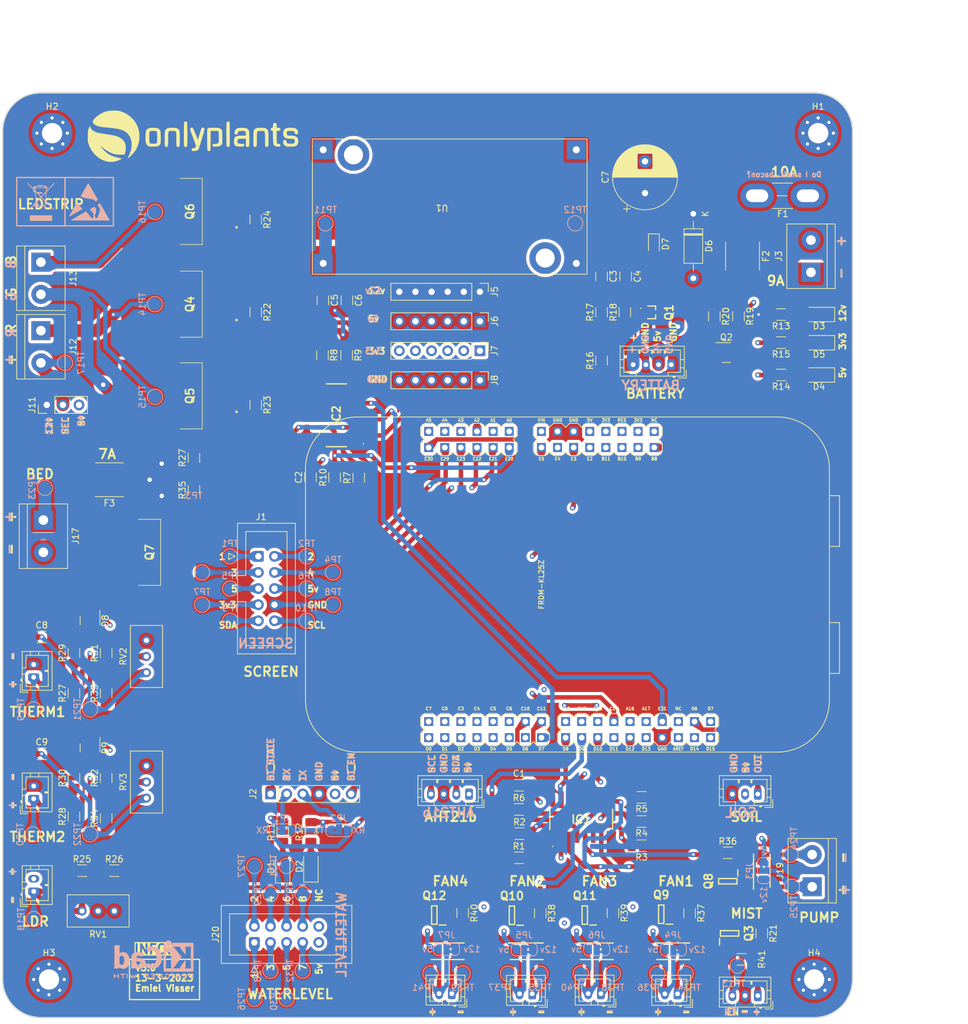
<source format=kicad_pcb>
(kicad_pcb (version 20221018) (generator pcbnew)
  (title_block (title "Greenhouse project FRDM-KL25Z hat") (date "16-3-2023") (rev "V5.0") (company "OnlyPlants") (comment 1 "Author: Emiel Visser"))
  (layers (0 "F.Cu" signal) (1 "In1.Cu" signal) (2 "In2.Cu" signal) (31 "B.Cu" signal) (34 "B.Paste" user) (35 "F.Paste" user) (36 "B.SilkS" user "B.Silkscreen") (37 "F.SilkS" user "F.Silkscreen") (38 "B.Mask" user) (39 "F.Mask" user) (44 "Edge.Cuts" user))
  (net 0 "")
  (net 21 "GNDREF")
  (net 22 "Net-(D1-A)")
  (net 23 "+12V")
  (net 24 "/Water/Pump-")
  (net 25 "/Fans/Fan1-")
  (net 26 "/Fans/Fan2-")
  (net 27 "/Fans/Fan3-")
  (net 28 "/Fans/Fan4-")
  (net 29 "THERM1")
  (net 30 "/OLED_SDA")
  (net 31 "/OLED_SCL")
  (net 32 "AHT_SDA")
  (net 33 "AHT_SCL")
  (net 34 "LDR_OUT")
  (net 35 "/Humidifier/MIST-")
  (net 36 "HUM_OUT")
  (net 37 "/Heating/BED_OUT")
  (net 38 "Net-(D2-A)")
  (net 39 "/Fans/Fan1+")
  (net 40 "/Fans/Fan2+")
  (net 41 "/Fans/Fan3+")
  (net 42 "/Fans/Fan4+")
  (net 43 "+3.3V")
  (net 44 "/BT_STATE")
  (net 45 "Net-(D3-A)")
  (net 46 "/Water/Pump+")
  (net 47 "VDC")
  (net 48 "R_IN")
  (net 49 "G_IN")
  (net 50 "B_IN")
  (net 51 "Net-(F1-Pad2)")
  (net 52 "/BT_RXD")
  (net 53 "SENS1")
  (net 54 "SENS2")
  (net 55 "SENS3")
  (net 56 "Net-(Q6-Pad1)")
  (net 57 "SENS4")
  (net 58 "SENS5")
  (net 59 "SENS6")
  (net 60 "SENS7")
  (net 61 "SENS8")
  (net 62 "MIST_EN")
  (net 63 "HEATER_IN")
  (net 64 "PUMP_IN")
  (net 65 "FAN1_IN")
  (net 66 "FAN2_IN")
  (net 67 "FAN3_IN")
  (net 68 "FAN4_IN")
  (net 69 "/BT_TXD")
  (net 70 "/BT_EN")
  (net 71 "/Power/BATT_IN")
  (net 72 "+5V")
  (net 73 "/Power/BATT_EN")
  (net 74 "BATT_V")
  (net 75 "THERM2")
  (net 76 "/SW1_OUT")
  (net 77 "/SW2_OUT")
  (net 78 "/SW3_OUT")
  (net 79 "/SW4_OUT")
  (net 80 "/SW5_OUT")
  (net 81 "/BT_RXD_O")
  (net 82 "/BT_TXD_O")
  (net 83 "~{12V_EN}")
  (net 86 "MIST_EN_POW")
  (net 87 "Net-(Q4-Pad1)")
  (net 88 "Net-(Q9-G)")
  (net 89 "Net-(D4-A)")
  (net 90 "Net-(D5-A)")
  (net 91 "Net-(D8-K-Pad3)")
  (net 92 "Net-(D9-K-Pad3)")
  (net 93 "Net-(J11-Pin_2)")
  (net 94 "Net-(J12-Pin_1)")
  (net 95 "Net-(J15-Pin_1)")
  (net 96 "Net-(J13-Pin_1)")
  (net 97 "Net-(Q1-Pad1)")
  (net 98 "Net-(Q2-G)")
  (net 99 "Net-(Q2-D)")
  (net 100 "Net-(Q3-G)")
  (net 101 "Net-(Q5-Pad1)")
  (net 102 "Net-(Q7-Pad1)")
  (net 103 "Net-(Q8-G)")
  (net 104 "Net-(Q10-G)")
  (net 105 "Net-(Q11-G)")
  (net 106 "Net-(Q12-G)")
  (net 107 "Net-(J13-Pin_2)")
  (net 108 "Net-(J16-Pin_1)")
  (net 110 "PUMP_IN_POW")
  (net 111 "FAN1_IN_POW")
  (net 112 "FAN2_IN_POW")
  (net 113 "FAN3_IN_POW")
  (net 114 "FAN4_IN_POW")
  (net 115 "HEATER_IN_POW")
  (net 116 "R_IN_POW")
  (net 117 "B_IN_POW")
  (net 122 "G_IN_POW")
  (net 123 "Net-(R25-Pad2)")
  (net 124 "Net-(R31-Pad1)")
  (net 125 "Net-(R32-Pad1)")
  (net 126 "Net-(J17-Pin_2)")
  (footprint "Capacitor_SMD:C_1206_3216Metric_Pad1.33x1.80mm_HandSolder" (layer "F.Cu") (at 251.92638 180.852317)
    (fp_text reference "C1")
    (fp_text value "0.1uF")
  )
  (footprint "Resistor_SMD:R_1206_3216Metric_Pad1.30x1.75mm_HandSolder" (layer "F.Cu") (at 293.245 111.11 180)
    (fp_text reference "R15")
    (fp_text value "2.2k")
  )
  (footprint "Resistor_SMD:R_1206_3216Metric_Pad1.30x1.75mm_HandSolder" (layer "F.Cu") (at 284.835 191.500761)
    (fp_text reference "R36")
    (fp_text value "1k")
  )
  (footprint "Resistor_SMD:R_1206_3216Metric_Pad1.30x1.75mm_HandSolder" (layer "F.Cu") (at 271.24388 190.377317 180)
    (fp_text reference "R3")
    (fp_text value "10k")
  )
  (footprint "Resistor_SMD:R_1206_3216Metric_Pad1.30x1.75mm_HandSolder" (layer "F.Cu") (at 224.74 113.08 -90)
    (fp_text reference "R9")
    (fp_text value "10k")
  )
  (footprint "SamacSys_Parts:SOT95P280X90-6N" (layer "F.Cu") (at 250.795 201.335 180)
    (fp_text reference "Q10")
    (fp_text value "DMN6040SVT-7" hide)
  )
  (footprint "Potentiometer_THT:Potentiometer_Bourns_3296W_Vertical" (layer "F.Cu") (at 193.1675 158.02 90)
    (fp_text reference "RV2")
    (fp_text value "R_Potentiometer")
  )
  (footprint "Resistor_SMD:R_1206_3216Metric_Pad1.30x1.75mm_HandSolder" (layer "F.Cu") (at 264.93 106.325 90)
    (fp_text reference "R17")
    (fp_text value "10K")
  )
  (footprint "Resistor_SMD:R_1206_3216Metric_Pad1.30x1.75mm_HandSolder" (layer "F.Cu") (at 200.66 129.26 90)
    (fp_text reference "R27")
    (fp_text value "12k")
  )
  (footprint "Connector_PinHeader_2.54mm:PinHeader_1x06_P2.54mm_Vertical" (layer "F.Cu") (at 245.745 107.745 -90)
    (fp_text reference "J6")
    (fp_text value "Conn_01x06_Pin")
  )
  (footprint "Resistor_SMD:R_1206_3216Metric_Pad1.30x1.75mm_HandSolder" (layer "F.Cu") (at 264.93 113.945 90)
    (fp_text reference "R16")
    (fp_text value "49.9K")
  )
  (footprint "SamacSys_Parts:IRF2804STRLPBF" (layer "F.Cu") (at 200.32 119.5 90)
    (fp_text reference "Q5")
    (fp_text value "IRLZ44NSTRLPBF" hide)
  )
  (footprint "SamacSys_Parts:74HCT365D652" (layer "F.Cu") (at 261.71888 186.217317)
    (fp_text reference "IC1")
    (fp_text value "74HCT365D,652" hide)
  )
  (footprint "Potentiometer_THT:Potentiometer_Bourns_3296W_Vertical" (layer "F.Cu") (at 183.02 200.66 180)
    (fp_text reference "RV1")
    (fp_text value "R_Potentiometer")
  )
  (footprint "Capacitor_SMD:C_1206_3216Metric_Pad1.33x1.80mm_HandSolder" (layer "F.Cu") (at 220.98 104.4325 -90)
    (fp_text reference "C5")
    (fp_text value "10uF")
  )
  (footprint "SamacSys_Parts:SOT95P280X90-6N" (layer "F.Cu") (at 285.115 204.19 90)
    (fp_text reference "Q3")
    (fp_text value "DMN6040SVT-7" hide)
  )
  (footprint "Package_TO_SOT_SMD:SOT-23" (layer "F.Cu") (at 184.2775 154.94 -90)
    (fp_text reference "D8")
    (fp_text value "BAV99")
  )
  (footprint "Capacitor_SMD:C_1206_3216Metric_Pad1.33x1.80mm_HandSolder" (layer "F.Cu") (at 224.79 104.4325 -90)
    (fp_text reference "C6")
    (fp_text value "0.1uF")
  )
  (footprint "Connector_PinSocket_2.54mm:PinSocket_1x06_P2.54mm_Vertical" (layer "F.Cu") (at 212.75 182.22 90)
    (fp_text reference "J2")
    (fp_text value "Conn_01x06_Socket")
  )
  (footprint "Resistor_SMD:R_1206_3216Metric_Pad1.30x1.75mm_HandSolder" (layer "F.Cu") (at 266.73 200.981752 -90)
    (fp_text reference "R39")
    (fp_text value "1k")
  )
  (footprint "LED_SMD:LED_1206_3216Metric_Pad1.42x1.75mm_HandSolder" (layer "F.Cu") (at 219.1 193.65 90)
    (fp_text reference "D2")
    (fp_text value "LED")
  )
  (footprint "Resistor_SMD:R_1206_3216Metric_Pad1.30x1.75mm_HandSolder" (layer "F.Cu") (at 278.8125 201.015 -90)
    (fp_text reference "R37")
    (fp_text value "1k")
  )
  (footprint "Resistor_SMD:R_1206_3216Metric_Pad1.30x1.75mm_HandSolder" (layer "F.Cu") (at 255.27 201.015 -90)
    (fp_text reference "R38")
    (fp_text value "1k")
  )
  (footprint "LED_SMD:LED_1206_3216Metric_Pad1.42x1.75mm_HandSolder" (layer "F.Cu") (at 299.22 116.205 180)
    (fp_text reference "D4")
    (fp_text value "LED")
  )
  (footprint "LED_SMD:LED_1206_3216Metric_Pad1.42x1.75mm_HandSolder" (layer "F.Cu") (at 299.22 111.125 180)
    (fp_text reference "D5")
    (fp_text value "LED")
  )
  (footprint "Connector_JST:JST_PH_B4B-PH-K_1x04_P2.00mm_Vertical" (layer "F.Cu") (at 275.915 114.58 180)
    (fp_text reference "J4" hide)
    (fp_text value "Conn_01x04_Socket")
  )
  (footprint "Resistor_SMD:R_1206_3216Metric_Pad1.30x1.75mm_HandSolder" (layer "F.Cu") (at 220.93 113.08 -90)
    (fp_text reference "R8")
    (fp_text value "10k")
  )
  (footprint "Resistor_SMD:R_1206_3216Metric_Pad1.30x1.75mm_HandSolder" (layer "F.Cu") (at 181.7375 160.02 90)
    (fp_text reference "R29")
    (fp_text value "2.37k 1%")
  )
  (footprint "Resistor_SMD:R_1206_3216Metric_Pad1.30x1.75mm_HandSolder" (layer "F.Cu") (at 287.02 208.28)
    (fp_text reference "R41")
    (fp_text value "4.7k")
  )
  (footprint "TerminalBlock:TerminalBlock_bornier-2_P5.08mm" (layer "F.Cu") (at 176.92 139.065 -90)
    (fp_text reference "J17")
    (fp_text value "Screw_Terminal_01x02")
  )
  (footprint "Resistor_SMD:R_1206_3216Metric_Pad1.30x1.75mm_HandSolder" (layer "F.Cu") (at 290.195 204.19 -90)
    (fp_text reference "R21")
    (fp_text value "1k")
  )
  (footprint "Connector_JST:JST_PH_B2B-PH-K_1x02_P2.00mm_Vertical" (layer "F.Cu") (at 175.4 197.58 90)
    (fp_text reference "J14" hide)
    (fp_text value "Conn_01x02_Socket")
  )
  (footprint "Fuse:Fuse_2920_7451Metric_Pad2.10x5.45mm_HandSolder" (layer "F.Cu") (at 287.155 97.49 -90)
    (fp_text reference "F2")
    (fp_text value "Polyfuse")
  )
  (footprint "MountingHole:MountingHole_3.2mm_M3_Pad_Via" (layer "F.Cu") (at 298.45 211.455)
    (fp_text reference "H4")
    (fp_text value "MountingHole_Pad")
  )
  (footprint "Resistor_SMD:R_1206_3216Metric_Pad1.30x1.75mm_HandSolder" (layer "F.Cu") (at 210.4 120.92 -90)
    (fp_text reference "R23")
    (fp_text value "1k")
  )
  (footprint "SamacSys_Parts:SOT95P280X90-6N" (layer "F.Cu") (at 274.3375 201.175 180)
    (fp_text reference "Q9")
    (fp_text value "DMN6040SVT-7" hide)
  )
  (footprint "Resistor_SMD:R_1206_3216Metric_Pad1.30x1.75mm_HandSolder" (layer "F.Cu") (at 186.8175 179.705 90)
    (fp_text reference "R32")
    (fp_text value "2.37k 1%")
  )
  (footprint "LED_SMD:LED_1206_3216Metric_Pad1.42x1.75mm_HandSolder" (layer "F.Cu") (at 214.655 193.795 90)
    (fp_text reference "D1")
    (fp_text value "LED")
  )
  (footprint "Resistor_SMD:R_1206_3216Metric_Pad1.30x1.75mm_HandSolder" (layer "F.Cu") (at 251.91388 192.282317)
    (fp_text reference "R1")
    (fp_text value "10k")
  )
  (footprint "MountingHole:MountingHole_3.2mm_M3_Pad_Via" (layer "F.Cu") (at 177.8 211.455)
    (fp_text reference "H3")
    (fp_text value "MountingHole_Pad")
  )
  (footprint "Capacitor_THT:CP_Radial_D10.0mm_P5.00mm" (layer "F.Cu") (at 271.78 87.55 90)
    (fp_text reference "C7")
    (fp_text value "1000uF")
  )
  (footprint "SamacSys_Parts:2SB1730" (layer "F.Cu") (at 272.6 106.34 -90)
    (fp_text reference "Q1")
    (fp_text value "RZF030P01" hide)
  )
  (footprint "SamacSys_Parts:IRF2804STRLPBF" (layer "F.Cu") (at 200.32 105.045 90)
    (fp_text reference "Q4")
    (fp_text value "IRLZ44NSTRLPBF" hide)
  )
  (footprint "LED_SMD:LED_1206_3216Metric_Pad1.42x1.75mm_HandSolder" (layer "F.Cu") (at 299.22 106.68 180)
    (fp_text reference "D3")
    (fp_text value "LED")
  )
  (footprint "Connector_JST:JST_PH_B2B-PH-K_1x02_P2.00mm_Vertical" (layer "F.Cu") (at 241.31513 213.681752 180)
    (fp_text reference "J24" hide)
    (fp_text value "Conn_01x02_Socket")
  )
  (footprint "Resistor_SMD:R_1206_3216Metric_Pad1.30x1.75mm_HandSolder" (layer "F.Cu") (at 271.24388 182.757317 180)
    (fp_text reference "R5")
    (fp_text value "10k")
  )
  (footprint "Resistor_SMD:R_1206_3216Metric_Pad1.30x1.75mm_HandSolder" (layer "F.Cu") (at 210.4 91.71 -90)
    (fp_text reference "R24")
    (fp_text value "1k")
  )
  (footprint "Connector_JST:JST_PH_B2B-PH-K_1x02_P2.00mm_Vertical" (layer "F.Cu") (at 276.9075 213.715 180)
    (fp_text reference "J21" hide)
    (fp_text value "Conn_01x02_Socket")
  )
  (footprint "Package_TO_SOT_SMD:SOT-23" (layer "F.Cu") (at 184.2775 174.9575 -90)
    (fp_text reference "D9")
    (fp_text value "BAV99")
  )
  (footprint "Resistor_SMD:R_1206_3216Metric_Pad1.30x1.75mm_HandSolder" (layer "F.Cu") (at 186.8175 166.37 90)
    (fp_text reference "R33")
    (fp_text value "0")
  )
  (footprint "Resistor_SMD:R_1206_3216Metric_Pad1.30x1.75mm_HandSolder" (layer "F.Cu") (at 271.24388 186.567317 180)
    (fp_text reference "R4")
    (fp_text value "10k")
  )
  (footprint "Connector_IDC:IDC-Header_2x05_P2.54mm_Vertical" (layer "F.Cu") (at 210.82 144.78)
    (fp_text reference "J1")
    (fp_text value "Conn_01x10_Socket")
  )
  (footprint "Connector_JST:JST_PH_B3B-PH-K_1x03_P2.00mm_Vertical" (layer "F.Cu") (at 289.56 213.995 180)
    (fp_text reference "J25" hide)
    (fp_text value "Conn_01x03_Socket")
  )
  (footprint "SamacSys_Parts:DIOM5226X230N" (layer "F.Cu") (at 240.665 207.01)
    (fp_text reference "D14" hide)
    (fp_text value "RS2MA-13-F" hide)
  )
  (footprint "Resistor_SMD:R_1206_3216Metric_Pad1.30x1.75mm_HandSolder" (layer "F.Cu") (at 226.645 132.41 90)
    (fp_text reference "R7")
    (fp_text value "10k")
  )
  (footprint "Connector_JST:JST_PH_B2B-PH-K_1x02_P2.00mm_Vertical" (layer "F.Cu") (at 264.825 213.681752 180)
    (fp_text reference "J23" hide)
    (fp_text value "Conn_01x02_Socket")
  )
  (footprint "SamacSys_Parts:74HCT365D652" (layer "F.Cu") (at 223.12 122.555 90)
    (fp_text reference "IC2")
    (fp_text value "74HCT365D,652" hide)
  )
  (footprint "Resistor_SMD:R_1206_3216Metric_Pad1.30x1.75mm_HandSolder" (layer "F.Cu") (at 188.1 194.31)
    (fp_text reference "R26")
    (fp_text value "0")
  )
  (footprint "SamacSys_Parts:DIOM5226X230N" (layer "F.Cu") (at 264.16 207.01)
    (fp_text reference "D13" hide)
    (fp_text value "RS2MA-13-F" hide)
  )
  (footprint "Resistor_SMD:R_1206_3216Metric_Pad1.30x1.75mm_HandSolder" (layer "F.Cu") (at 251.91388 184.662317)
    (fp_text reference "R6")
    (fp_text value "10k")
  )
  (footprint "SamacSys_Parts:SOT95P280X90-6N" (layer "F.Cu") (at 238.55763 201.301752 180)
    (fp_text reference "Q12")
    (fp_text value "DMN6040SVT-7" hide)
  )
  (footprint "Resistor_SMD:R_1206_3216Metric_Pad1.30x1.75mm_HandSolder" (layer "F.Cu") (at 200.66 134.34 90)
    (fp_text reference "R35")
    (fp_text value "1k")
  )
  (footprint "Diode_THT:D_A-405_P10.16mm_Horizontal" (layer "F.Cu") (at 279.4 90.805 -90)
    (fp_text reference "D6")
    (fp_text value "D_Schottky")
  )
  (footprint "Resistor_SMD:R_1206_3216Metric_Pad1.30x1.75mm_HandSolder" (layer "F.Cu") (at 210.4 106.315 -90)
    (fp_text reference "R22")
    (fp_text value "1k")
  )
  (footprint "SamacSys_Parts:IRF2804STRLPBF" (layer "F.Cu") (at 200.32 90.44 90)
    (fp_text reference "Q6")
    (fp_text value "IRLZ44NSTRLPBF" hide)
  )
  (footprint "Connector_PinHeader_2.54mm:PinHeader_1x06_P2.54mm_Vertical" (layer "F.Cu") (at 245.745 112.395 -90)
    (fp_text reference "J7")
    (fp_text value "Conn_01x06_Pin")
  )
  (footprint "Resistor_SMD:R_1206_3216Metric_Pad1.30x1.75mm_HandSolder" (layer "F.Cu") (at 293.245 116.205 180)
    (fp_text reference "R14")
    (fp_text value "4.7k")
  )
  (footprint "logo:logo" (layer "F.Cu") (at 200.66 78.74)
    (fp_text reference "G1")
    (fp_text value "LOGO" hide)
  )
  (footprint "TerminalBlock:TerminalBlock_bornier-2_P5.08mm" (layer "F.Cu") (at 297.95 100.03 90)
    (fp_text reference "J3")
    (fp_text value "Screw_Terminal_01x02")
  )
  (footprint "MountingHole:MountingHole_3.2mm_M3_Pad_Via" (layer "F.Cu") (at 178.295 78.105)
    (fp_text reference "H2")
    (fp_text value "MountingHole_Pad")
  )
  (footprint "Resistor_SMD:R_1206_3216Metric_Pad1.30x1.75mm_HandSolder" (layer "F.Cu") (at 186.8175 186.055 90)
    (fp_text reference "R34")
    (fp_text value "0")
  )
  (footprint "Connector_PinHeader_2.54mm:PinHeader_1x06_P2.54mm_Vertical" (layer "F.Cu") (at 245.745 103.095 -90)
    (fp_text reference "J5")
    (fp_text value "Conn_01x06_Pin")
  )
  (footprint "User:LM2596_Buck_module" (layer "F.Cu") (at 262.644 100.3225 180)
    (fp_text reference "U1")
    (fp_text value "LM2596 Buck")
  )
  (footprint "Connector_IDC:IDC-Header_2x05_P2.54mm_Vertical" (layer "F.Cu") (at 210.185 205.6225 90)
    (fp_text reference "J20")
    (fp_text value "Conn_01x10_Socket")
  )
  (footprint "Package_TO_SOT_SMD:SOT-23" (layer "F.Cu") (at 284.615 112.675)
    (fp_text reference "Q2")
    (fp_text value "AO3401A")
  )
  (footprint "Capacitor_SMD:C_1206_3216Metric_Pad1.33x1.80mm_HandSolder" (layer "F.Cu") (at 176.6575 157.48)
    (fp_text reference "C8")
    (fp_text value "0.1uF")
  )
  (footprint "Resistor_SMD:R_1206_3216Metric_Pad1.30x1.75mm_HandSolder" (layer "F.Cu") (at 181.7375 179.705 90)
    (fp_text reference "R30")
    (fp_text value "2.37k 1%")
  )
  (footprint "Resistor_SMD:R_1206_3216Metric_Pad1.30x1.75mm_HandSolder" (layer "F.Cu") (at 181.7375 166.37 90)
    (fp_text reference "R27")
    (fp_text value "4.7k")
  )
  (footprint "Connector_PinHeader_2.54mm:PinHeader_1x06_P2.54mm_Vertical" (layer "F.Cu") (at 245.745 117.045 -90)
    (fp_text reference "J8")
    (fp_text value "Conn_01x06_Pin")
  )
  (footprint "Fuse:Fuse_Blade_Mini_directSolder" (layer "F.Cu") (at 297.455 87.965 180)
    (fp_text reference "F1")
    (fp_text value "Fuse")
  )
  (footprint "MountingHole:MountingHole_3.2mm_M3_Pad_Via" (layer "F.Cu") (at 299.085 78.105)
    (fp_text reference "H1")
    (fp_text value "MountingHole_Pad" hide)
  )
  (footprint "SamacSys_Parts:DIOM5226X230N" (layer "F.Cu") (at 253.12 207.01)
    (fp_text reference "D12" hide)
    (fp_text value "RS2MA-13-F" hide)
  )
  (footprint "SamacSys_Parts:IRF2804STRLPBF" (layer "F.Cu") (at 193.755 144.145 90)
    (fp_text reference "Q7")
    (fp_text value "IRLZ44NSTRLPBF" hide)
  )
  (footprint "Fuse:Fuse_2920_7451Metric_Pad2.10x5.45mm_HandSolder" (layer "F.Cu") (at 187.325 132.715 180)
    (fp_text reference "F3")
    (fp_text value "Polyfuse")
  )
  (footprint "Resistor_SMD:R_1206_3216Metric_Pad1.30x1.75mm_HandSolder" (layer "F.Cu") (at 293.245 106.68 180)
    (fp_text reference "R13")
    (fp_text value "10k")
  )
  (footprint "Connector_JST:JST_PH_B4B-PH-K_1x04_P2.00mm_Vertical" (layer "F.Cu") (at 244.03388 182.245 180)
    (fp_text reference "J10" hide)
    (fp_text value "Conn_01x04_Socket")
  )
  (footprint "Capacitor_SMD:C_1206_3216Metric_Pad1.33x1.80mm_HandSolder" (layer "F.Cu") (at 219.025 132.335 90)
    (fp_text reference "C2")
    (fp_text value "0.1uF")
  )
  (footprint "Resistor_SMD:R_1206_3216Metric_Pad1.30x1.75mm_HandSolder" (layer "F.Cu") (at 183.02 194.31)
    (fp_text reference "R25")
    (fp_text value "100k")
  )
  (footprint "Resistor_SMD:R_1206_3216Metric_Pad1.30x1.75mm_HandSolder" (layer "F.Cu") (at 214.655 188.215 90)
    (fp_text reference "R11")
    (fp_text value "5k")
  )
  (footprint "TerminalBlock:TerminalBlock_bornier-2_P5.08mm" (layer "F.Cu") (at 176.53 109.22 -90)
    (fp_text reference "J12")
    (fp_text value "Screw_Terminal_01x02")
  )
  (footprint "Connector_JST:JST_PH_B2B-PH-K_1x02_P2.00mm_Vertical" (layer "F.Cu") (at 254 213.715 180)
    (fp_text reference "J22" hide)
    (fp_text value "Conn_01x02_Socket")
  )
  (footprint "SamacSys_Parts:DIOM5226X230N" (layer "F.Cu") (at 276.225 207.01)
    (fp_text reference "D11" hide)
    (fp_text value "RS2MA-13-F" hide)
  )
  (footprint "Connector_JST:JST_PH_B2B-PH-K_1x02_P2.00mm_Vertical" (layer "F.Cu") (at 175.3875 182.975 90)
    (fp_text reference "J16" hide)
    (fp_text value "Conn_01x02_Socket")
  )
  (footprint "Capacitor_SMD:C_1206_3216Metric_Pad1.33x1.80mm_HandSolder" (layer "F.Cu") (at 176.6575 175.895)
    (fp_text reference "C9")
    (fp_text value "0.1uF")
  )
  (footprint "TerminalBlock:TerminalBlock_bornier-2_P5.08mm" (layer "F.Cu") (at 298.1425 196.85 90)
    (fp_text reference "J19")
    (fp_text value "Screw_Terminal_01x02")
  )
  (footprint "Resistor_SMD:R_1206_3216Metric_Pad1.30x1.75mm_HandSolder" (layer "F.Cu") (at 268.605 106.325 90)
    (fp_text reference "R18")
    (fp_text value "165")
  )
  (footprint "Connector_PinHeader_2.54mm:PinHeader_1x03_P2.54mm_Vertical" (layer "F.Cu") (at 177.46 120.92 90)
    (fp_text reference "J11")
    (fp_text value "Conn_01x03_Pin")
  )
  (footprint "Resistor_SMD:R_1206_3216Metric_Pad1.30x1.75mm_HandSolder" (layer "F.Cu") (at 243.03263 200.981752 -90)
    (fp_text reference "R40")
    (fp_text value "1k")
  )
  (footprint "SamacSys_Parts:SOT95P280X90-6N" (layer "F.Cu") (at 262.285 201.301752 180)
    (fp_text reference "Q11")
    (fp_text value "DMN6040SVT-7" hide)
  )
  (footprint "SamacSys_Parts:SOT95P280X90-6N" (layer "F.Cu") (at 284.835 195.975761 -90)
    (fp_text reference "Q8")
    (fp_text value "DMN6040SVT-7" hide)
  )
  (footprint "Resistor_SMD:R_1206_3216Metric_Pad1.30x1.75mm_HandSolder" (layer "F.Cu") (at 222.835 132.335 90)
    (fp_text reference "R10")
    (fp_text value "10k")
  )
  (footprint "Potentiometer_THT:Potentiometer_Bourns_3296W_Vertical" (layer "F.Cu") (at 193.1675 177.8 90)
    (fp_text reference "RV3")
    (fp_text value "R_Potentiometer")
  )
  (footprint "TerminalBlock:TerminalBlock_bornier-2_P5.08mm" (layer "F.Cu") (at 176.53 98.425 -90)
    (fp_text reference "J13")
    (fp_text value "Screw_Terminal_01x02")
  )
  (footprint "Resistor_SMD:R_1206_3216Metric_Pad1.30x1.75mm_HandSolder" (layer "F.Cu") (at 186.8175 160.02 90)
    (fp_text reference "R31")
    (fp_text value "2.37k 1%")
  )
  (footprint "Resistor_SMD:R_1206_3216Metric_Pad1.30x1.75mm_HandSolder" (layer "F.Cu") (at 282.71 106.96 -90)
    (fp_text reference "R20")
    (fp_text value "165")
  )
  (footprint "Diode_SMD:D_SOD-323" (layer "F.Cu") (at 273.185 95.585 -90)
    (fp_text reference "D7")
    (fp_text value "BZX384-A13-QX")
  )
  (footprint "SamacSys_Parts:DIOM5226X230N" (layer "F.Cu") (at 290.195 194.31 90)
    (fp_text reference "D10" hide)
    (fp_text value "RS2MA-13-F" hide)
  )
  (footprint "Capacitor_SMD:C_1206_3216Metric_Pad1.33x1.80mm_HandSolder" (layer "F.Cu") (at 264.93 100.665 -90)
    (fp_text reference "C3")
    (fp_text value "0.1uF")
  )
  (footprint "Connector_JST:JST_PH_B3B-PH-K_1x03_P2.00mm_Vertical" (layer "F.Cu") (at 289.56 182.245 180)
    (fp_text reference "J18" hide)
    (fp_text value "Conn_01x03_Socket")
  )
  (footprint "Resistor_SMD:R_1206_3216Metric_Pad1.30x1.75mm_HandSolder" (layer "F.Cu") (at 219.1 188.215 90)
    (fp_text reference "R12")
    (fp_text value "5k")
  )
  (footprint "Resistor_SMD:R_1206_3216Metric_Pad1.30x1.75mm_HandSolder" (layer "F.Cu") (at 251.98888 188.472317)
    (fp_text reference "R2")
    (fp_text value "10k")
  )
  (footprint "FRDM-KL25Z:FRDM_KL25Z_NORMAL" (layer "F.Cu") (at 255.451205 149.225001 90)
    (fp_text reference "FRDM1")
    (fp_text value "FRDM-KL25Z")
  )
  (footprint "Capacitor_SMD:C_1206_3216Metric_Pad1.33x1.80mm_HandSolder" (layer "F.Cu") (at 268.74 100.665 -90)
    (fp_text reference "C4")
    (fp_text value "10uF")
  )
  (footprint "Resistor_SMD:R_1206_3216Metric_Pad1.30x1.75mm_HandSolder" (layer "F.Cu") (at 286.52 106.96 -90)
    (fp_text reference "R19")
    (fp_text value "165")
  )
  (footprint "Resistor_SMD:R_1206_3216Metric_Pad1.30x1.75mm_HandSolder" (layer "F.Cu") (at 181.7375 185.775 90)
    (fp_text reference "R28")
    (fp_text value "4.7k")
  )
  (footprint "Connector_JST:JST_PH_B2B-PH-K_1x02_P2.00mm_Vertical" (layer "F.Cu") (at 175.3875 163.83 90)
    (fp_text reference "J15" hide)
    (fp_text value "Conn_01x02_Socket")
  )
  (footprint "TestPoint:TestPoint_Pad_D2.0mm" (layer "B.Cu") (at 175.26 188.595 -90)
    (fp_text reference "TP20")
    (fp_text value "TestPoint")
  )
  (footprint "Symbol:KiCad-Logo2_5mm_SilkScreen" (layer "B.Cu") (at 194.31 208.28 180)
    (fp_text reference "REF1" hide)
    (fp_text value "KiCad-Logo2_5mm_SilkScreen" hide)
  )
  (footprint "TestPoint:TestPoint_Pad_D2.0mm" (layer "B.Cu") (at 266.730707 210.506045 180)
    (fp_text reference "TP38")
    (fp_text value "TestPoint")
  )
  (footprint "Jumper:SolderJumper-3_P1.3mm_Bridged2Bar12_RoundedPad1.0x1.5mm_NumberLabels" (layer "B.Cu") (at 223.545 187.935)
    (fp_text reference "JP2")
    (fp_text value "Jumper_3_Bridged12")
  )
  (footprint "TestPoint:TestPoint_Pad_D2.0mm" (layer "B.Cu") (at 212.725 198.0025 -90)
    (fp_text reference "TP29")
    (fp_text value "TestPoint")
  )
  (footprint "TestPoint:TestPoint_Pad_D2.0mm" (layer "B.Cu") (at 222.585793 147.32 180)
    (fp_text reference "TP4")
    (fp_text value "TestPoint")
  )
  (footprint "TestPoint:TestPoint_Pad_D2.0mm" (layer "B.Cu") (at 212.725 210.0675 -90)
    (fp_text reference "TP28")
    (fp_text value "TestPoint")
  )
  (footprint "TestPoint:TestPoint_Pad_D2.0mm" (layer "B.Cu") (at 175.3875 168.91 -90)
    (fp_text reference "TP19")
    (fp_text value "TestPoint")
  )
  (footprint "TestPoint:TestPoint_Pad_D2.0mm" (layer "B.Cu") (at 250.19 210.54 180)
    (fp_text reference "TP37")
    (fp_text value "TestPoint")
  )
  (footprint "TestPoint:TestPoint_Pad_D2.0mm" (layer "B.Cu") (at 201.93 147.32 180)
    (fp_text reference "TP3")
    (fp_text value "TestPoint")
  )
  (footprint "TestPoint:TestPoint_Pad_D2.0mm" (layer "B.Cu") (at 217.805 198.0025 -90)
    (fp_text reference "TP33")
    (fp_text value "TestPoint")
  )
  (footprint "TestPoint:TestPoint_Pad_D2.0mm" (layer "B.Cu") (at 206.375 149.86 180)
    (fp_text reference "TP5")
    (fp_text value "TestPoint")
  )
  (footprint "Jumper:SolderJumper-3_P1.3mm_Bridged2Bar12_RoundedPad1.0x1.5mm_NumberLabels" (layer "B.Cu") (at 214.625 187.935)
    (fp_text reference "JP1")
    (fp_text value "Jumper_3_Bridged12")
  )
  (footprint "TestPoint:TestPoint_Pad_D2.0mm" (layer "B.Cu") (at 222.585793 152.4 180)
    (fp_text reference "TP8")
    (fp_text value "TestPoint")
  )
  (footprint "TestPoint:TestPoint_Pad_D2.0mm" (layer "B.Cu") (at 255.270707 210.539293 180)
    (fp_text reference "TP35")
    (fp_text value "TestPoint")
  )
  (footprint "TestPoint:TestPoint_Pad_D2.0mm" (layer "B.Cu") (at 243.033337 210.506045 180)
    (fp_text reference "TP39")
    (fp_text value "TestPoint")
  )
  (footprint "TestPoint:TestPoint_Pad_D2.0mm" (layer "B.Cu") (at 175.4 201.93 -90)
    (fp_text reference "TP18")
    (fp_text value "TestPoint")
  )
  (footprint "TestPoint:TestPoint_Pad_D2.0mm" (layer "B.Cu") (at 278.1775 210.54 180)
    (fp_text reference "TP34")
    (fp_text value "TestPoint")
  )
  (footprint "TestPoint:TestPoint_Pad_D2.0mm" (layer "B.Cu") (at 177.165 133.985 -90)
    (fp_text reference "TP23")
    (fp_text value "TestPoint")
  )
  (footprint "Jumper:SolderJumper-3_P1.3mm_Bridged2Bar12_RoundedPad1.0x1.5mm_NumberLabels" (layer "B.Cu") (at 240.49263 206.666752 180)
    (fp_text reference "JP7")
    (fp_text value "Jumper_3_Bridged12")
  )
  (footprint "TestPoint:TestPoint_Pad_D2.0mm" (layer "B.Cu") (at 260.774 92.3075)
    (fp_text reference "TP12")
    (fp_text value "TestPoint")
  )
  (footprint "TestPoint:TestPoint_Pad_D2.0mm" (layer "B.Cu") (at 286.385 209.27 180)
    (fp_text reference "TP13")
    (fp_text value "TestPoint")
  )
  (footprint "TestPoint:TestPoint_Pad_D2.0mm" (layer "B.Cu") (at 194.525 105.045 -90)
    (fp_text reference "TP14")
    (fp_text value "TestPoint")
  )
  (footprint "TestPoint:TestPoint_Pad_D2.0mm" (layer "B.Cu") (at 218.44 144.78 180)
    (fp_text reference "TP2")
    (fp_text value "TestPoint")
  )
  (footprint "TestPoint:TestPoint_Pad_D2.0mm" (layer "B.Cu") (at 206.375 154.94 180)
    (fp_text reference "TP9")
    (fp_text value "TestPoint")
  )
  (footprint "TestPoint:TestPoint_Pad_D2.0mm" (layer "B.Cu") (at 215.265 214.5125 -90)
    (fp_text reference "TP30")
    (fp_text value "TestPoint")
  )
  (footprint "TestPoint:TestPoint_Pad_D2.0mm" (layer "B.Cu") (at 194.525 119.65 -90)
    (fp_text reference "TP15")
    (fp_text value "TestPoint")
  )
  (footprint "TestPoint:TestPoint_Pad_D2.0mm" (layer "B.Cu") (at 217.805 210.0675 -90)
    (fp_text reference "TP32")
    (fp_text value "TestPoint")
  )
  (footprint "TestPoint:TestPoint_Pad_D2.0mm" (layer "B.Cu") (at 215.265 193.5575 -90)
    (fp_text reference "TP31")
    (fp_text value "TestPoint")
  )
  (footprint "TestPoint:TestPoint_Pad_D2.0mm" (layer "B.Cu") (at 184.2775 168.91 -90)
    (fp_text reference "TP21")
    (fp_text value "TestPoint")
  )
  (footprint "TestPoint:TestPoint_Pad_D2.0mm" (layer "B.Cu") (at 210.185 214.5125 -90)
    (fp_text reference "TP26")
    (fp_text value "TestPoint")
  )
  (footprint "TestPoint:TestPoint_Pad_D2.0mm" (layer "B.Cu") (at 210.185 193.5575 -90)
    (fp_text reference "TP27")
    (fp_text value "TestPoint")
  )
  (footprint "TestPoint:TestPoint_Pad_D2.0mm" (layer "B.Cu") (at 180.34 114.3 -90)
    (fp_text reference "TP17")
    (fp_text value "TestPoint")
  )
  (footprint "Jumper:SolderJumper-3_P1.3mm_Bridged2Bar12_RoundedPad1.0x1.5mm_NumberLabels" (layer "B.Cu") (at 290.5225 194.31 -90)
    (fp_text reference "JP3")
    (fp_text value "Jumper_3_Bridged12")
  )
  (footprint "TestPoint:TestPoint_Pad_D2.0mm" (layer "B.Cu") (at 201.93 152.4 180)
    (fp_text reference "TP7")
    (fp_text value "TestPoint")
  )
  (footprint "TestPoint:TestPoint_Pad_D2.0mm" (layer "B.Cu") (at 237.95263 210.506752 180)
    (fp_text reference "TP41")
    (fp_text value "TestPoint")
  )
  (footprint "TestPoint:TestPoint_Pad_D2.0mm" (layer "B.Cu") (at 221.404 92.3075)
    (fp_text reference "TP11")
    (fp_text value "TestPoint")
  )
  (footprint "TestPoint:TestPoint_Pad_D2.0mm" (layer "B.Cu") (at 273.7325 210.54 180)
    (fp_text reference "TP36")
    (fp_text value "TestPoint")
  )
  (footprint "Jumper:SolderJumper-3_P1.3mm_Bridged2Bar12_RoundedPad1.0x1.5mm_NumberLabels" (layer "B.Cu") (at 276.2725 206.73 180)
    (fp_text reference "JP4")
    (fp_text value "Jumper_3_Bridged12")
  )
  (footprint "TestPoint:TestPoint_Pad_D2.0mm" (layer "B.Cu") (at 218.44 154.94 180)
    (fp_text reference "TP10")
    (fp_text value "TestPoint")
  )
  (footprint "TestPoint:TestPoint_Pad_D2.0mm" (layer "B.Cu") (at 261.65 210.506752 180)
    (fp_text reference "TP40")
    (fp_text value "TestPoint")
  )
  (footprint "TestPoint:TestPoint_Pad_D2.0mm" (layer "B.Cu") (at 184.2775 188.595 -90)
    (fp_text reference "TP22")
    (fp_text value "TestPoint")
  )
  (footprint "Symbol:WEEE-Logo_4.2x6mm_SilkScreen" (layer "B.Cu") (at 176.53 88.9 180)
    (fp_text reference "REF2" hide)
    (fp_text value "WEEE-Logo_4.2x6mm_SilkScreen" hide)
  )
  (footprint "TestPoint:TestPoint_Pad_D2.0mm" (layer "B.Cu") (at 294.9675 196.85 -90)
    (fp_text reference "TP25")
    (fp_text value "TestPoint")
  )
  (footprint "Jumper:SolderJumper-3_P1.3mm_Bridged2Bar12_RoundedPad1.0x1.5mm_NumberLabels" (layer "B.Cu") (at 252.73 206.73 180)
    (fp_text reference "JP5")
    (fp_text value "Jumper_3_Bridged12")
  )
  (footprint "TestPoint:TestPoint_Pad_D2.0mm" (layer "B.Cu") (at 218.44 149.86 180)
    (fp_text reference "TP6")
    (fp_text value "TestPoint")
  )
  (footprint "Symbol:ESD-Logo_6.6x6mm_SilkScreen" (layer "B.Cu") (at 184.15 88.9 180)
    (fp_text reference "REF3" hide)
    (fp_text value "ESD-Logo_6.6x6mm_SilkScreen" hide)
  )
  (footprint "Jumper:SolderJumper-3_P1.3mm_Bridged2Bar12_RoundedPad1.0x1.5mm_NumberLabels" (layer "B.Cu") (at 264.16 206.696752 180)
    (fp_text reference "JP6")
    (fp_text value "Jumper_3_Bridged12")
  )
  (footprint "TestPoint:TestPoint_Pad_D2.0mm" (layer "B.Cu") (at 294.7275 191.77 -90)
    (fp_text reference "TP24")
    (fp_text value "TestPoint")
  )
  (footprint "TestPoint:TestPoint_Pad_D2.0mm" (layer "B.Cu") (at 206.32738 144.78 180)
    (fp_text reference "TP1")
    (fp_text value "TestPoint")
  )
  (footprint "TestPoint:TestPoint_Pad_D2.0mm" (layer "B.Cu") (at 194.525 90.515 -90)
    (fp_text reference "TP16")
    (fp_text value "TestPoint")
  )
  (gr_line (start 176.506 71.755) (end 298.491 71.755) (stroke (width 0.2)) (layer "Edge.Cuts"))
  (gr_arc (start 298.491 71.755) (mid 302.733641 73.512359) (end 304.491 77.755) (stroke (width 0.2)) (layer "Edge.Cuts"))
  (gr_line (start 170.506 211.45) (end 170.506 77.755) (stroke (width 0.2)) (layer "Edge.Cuts"))
  (gr_arc (start 176.506 217.45) (mid 172.263359 215.692641) (end 170.506 211.45) (stroke (width 0.2)) (layer "Edge.Cuts"))
  (gr_arc (start 304.491 211.45) (mid 302.733641 215.692641) (end 298.491 217.45) (stroke (width 0.2)) (layer "Edge.Cuts"))
  (gr_line (start 298.491 217.45) (end 176.506 217.45) (stroke (width 0.2)) (layer "Edge.Cuts"))
  (gr_arc (start 170.506 77.755) (mid 172.263359 73.512359) (end 176.506 71.755) (stroke (width 0.2)) (layer "Edge.Cuts"))
  (gr_line (start 304.491 77.755) (end 304.491 211.45) (stroke (width 0.2)) (layer "Edge.Cuts"))
  (gr_text "WATERLEVEL" (at 224.79 197.485 90) (layer "B.SilkS") (effects (font (size 1.5 1.5) (thickness 0.3) bold) (justify left bottom mirror)))
  (gr_text "B" (at 172.72 97.79 90) (layer "B.SilkS") (effects (font (size 1.5 1.5) (thickness 0.3) bold) (justify left bottom mirror)))
  (gr_text "GND" (at 271.145 113.03 -90) (layer "B.SilkS") (effects (font (size 1 1) (thickness 0.25) bold) (justify left bottom mirror)))
  (gr_text "SCL" (at 237.49 179.07 270) (layer "B.SilkS") (effects (font (size 1 1) (thickness 0.25) bold) (justify left bottom mirror)))
  (gr_text "5v" (at 243.205 179.07 270) (layer "B.SilkS") (effects (font (size 1 1) (thickness 0.25) bold) (justify left bottom mirror)))
  (gr_text "-" (at 288.29 217.17) (layer "B.SilkS") (effects (font (size 1 1) (thickness 0.25) bold) (justify left bottom mirror)))
  (gr_text "-" (at 171.45 180.34 -90) (layer "B.SilkS") (effects (font (size 1 1) (thickness 0.25) bold) (justify left bottom mirror)))
  (gr_text "+" (at 170.815 139.7 -90) (layer "B.SilkS") (effects (font (size 1.5 1.5) (thickness 0.3) bold) (justify left bottom mirror)))
  (gr_text "5v" (at 287.02 179.07 270) (layer "B.SilkS") (effects (font (size 1 1) (thickness 0.25) bold) (justify left bottom mirror)))
  (gr_text "GND" (at 231.14 117.475) (layer "B.SilkS") (effects (font (size 1 1) (thickness 0.25) bold) (justify left bottom mirror)))
  (gr_text "GND" (at 239.395 179.07 -90) (layer "B.SilkS") (effects (font (size 1 1) (thickness 0.25) bold) (justify left bottom mirror)))
  (gr_text "BT_EN" (at 224.79 180.34 270) (layer "B.SilkS") (effects (font (size 1 1) (thickness 0.25) bold) (justify left bottom mirror)))
  (gr_text "-" (at 277.495 215.9 180) (layer "B.SilkS") (effects (font (size 1 1) (thickness 0.25) bold) (justify left bottom mirror)))
  (gr_text "+" (at 290.195 217.17) (layer "B.SilkS") (effects (font (size 1 1) (thickness 0.25) bold) (justify left bottom mirror)))
  (gr_text "OUT" (at 288.925 179.07 270) (layer "B.SilkS") (effects (font (size 1 1) (thickness 0.25) bold) (justify left bottom mirror)))
  (gr_text "RX" (at 214.63 180.34 270) (layer "B.SilkS") (effects (font (size 1 1) (thickness 0.25) bold) (justify left bottom mirror)))
  (gr_text "5v" (at 182.245 124.46 -90) (layer "B.SilkS") (effects (font (size 1 1) (thickness 0.25) bold) (justify left bottom mirror)))
  (gr_text "12v" (at 230.505 103.505) (layer "B.SilkS") (effects (font (size 1 1) (thickness 0.25) bold) (justify left bottom mirror)))
  (gr_text "12v" (at 177.165 125.73 -90) (layer "B.SilkS") (effects (font (size 1 1) (thickness 0.25) bold) (justify left bottom mirror)))
  (gr_text "GND" (at 274.955 113.03 -90) (layer "B.SilkS") (effects (font (size 1 1) (thickness 0.25) bold) (justify left bottom mirror)))
  (gr_text "+" (at 304.165 196.215 90) (layer "B.SilkS") (effects (font (size 1.5 1.5) (thickness 0.3) bold) (justify left bottom mirror)))
  (gr_text "+" (at 250.19 215.9 180) (layer "B.SilkS") (effects (font (size 1 1) (thickness 0.25) bold) (justify left bottom mirror)))
  (gr_text "SOIL" (at 289.56 186.055) (layer "B.SilkS") (effects (font (size 1.5 1.5) (thickness 0.3) bold) (justify left bottom mirror)))
  (gr_text "SEL" (at 179.705 125.73 -90) (layer "B.SilkS") (effects (font (size 1 1) (thickness 0.25) bold) (justify left bottom mirror)))
  (gr_text "-" (at 171.45 161.29 -90) (layer "B.SilkS") (effects (font (size 1 1) (thickness 0.25) bold) (justify left bottom mirror)))
  (gr_text "BT_STATE" (at 212.09 180.34 270) (layer "B.SilkS") (effects (font (size 1 1) (thickness 0.25) bold) (justify left bottom mirror)))
  (gr_text "+" (at 172.72 193.675 90) (layer "B.SilkS") (effects (font (size 1 1) (thickness 0.25) bold) (justify left bottom mirror)))
  (gr_text "GND" (at 219.71 180.34 -90) (layer "B.SilkS") (effects (font (size 1 1) (thickness 0.25) bold) (justify left bottom mirror)))
  (gr_text "G" (at 172.72 102.87 90) (layer "B.SilkS") (effects (font (size 1.5 1.5) (thickness 0.3) bold) (justify left bottom mirror)))
  (gr_text "5v" (at 222.25 180.34 270) (layer "B.SilkS") (effects (font (size 1 1) (thickness 0.25) bold) (justify left bottom mirror)))
  (gr_text "5v" (at 229.87 107.95) (layer "B.SilkS") (effects (font (size 1 1) (thickness 0.25) bold) (justify left bottom mirror)))
  (gr_text "-" (at 170.815 144.78 -90) (layer "B.SilkS") (effects (font (size 1.5 1.5) (thickness 0.3) bold) (justify left bottom mirror)))
  (gr_text "BATTERY" (at 277.495 118.745) (layer "B.SilkS") (effects (font (size 1.5 1.5) (thickness 0.3) bold) (justify left bottom mirror)))
  (gr_text "AHT21b" (at 245.11 186.055) (layer "B.SilkS") (effects (font (size 1.5 1.5) (thickness 0.3) bold) (justify left bottom mirror)))
  (gr_text "SDA" (at 241.3 179.07 270) (layer "B.SilkS") (effects (font (size 1 1) (thickness 0.25) bold) (justify left bottom mirror)))
  (gr_text "-" (at 172.72 198.12 90) (layer "B.SilkS") (effects (font (size 1 1) (thickness 0.25) bold) (justify left bottom mirror)))
  (gr_text "+" (at 260.985 215.9 180) (layer "B.SilkS") (effects (font (size 1 1) (thickness 0.25) bold) (justify left bottom mirror)))
  (gr_text "R" (at 172.72 108.585 90) (layer "B.SilkS") (effects (font (size 1.5 1.5) (thickness 0.3) bold) (justify left bottom mirror)))
  (gr_text "+" (at 269.24 113.03 270) (layer "B.SilkS") (effects (font (size 1 1) (thickness 0.25) bold) (justify left bottom mirror)))
  (gr_text "-" (at 254.635 215.9 180) (layer "B.SilkS") (effects (font (size 1 1) (thickness 0.25) bold) (justify left bottom mirror)))
  (gr_text "TX" (at 217.17 180.34 270) (layer "B.SilkS") (effects (font (size 1 1) (thickness 0.25) bold) (justify left bottom mirror)))
  (gr_text "EN" (at 286.385 217.17) (layer "B.SilkS") (effects (font (size 1 1) (thickness 0.25) bold) (justify left bottom mirror)))
  (gr_text "+" (at 171.45 165.735 -90) (layer "B.SilkS") (effects (font (size 1 1) (thickness 0.25) bold) (justify left bottom mirror)))
  (gr_text "3v3" (at 230.505 113.03) (layer "B.SilkS") (effects (font (size 1 1) (thickness 0.25) bold) (justify left bottom mirror)))
  (gr_text "-" (at 303.53 99.06 90) (layer "B.SilkS") (effects (font (size 1.5 1.5) (thickness 0.3) bold) (justify left bottom mirror)))
  (gr_text "+" (at 171.45 184.785 -90) (layer "B.SilkS") (effects (font (size 1 1) (thickness 0.25) bold) (justify left bottom mirror)))
  (gr_text "+" (at 303.53 93.98 90) (layer "B.SilkS") (effects (font (size 1.5 1.5) (thickness 0.3) bold) (justify left bottom mirror)))
  (gr_text "-" (at 304.165 191.135 90) (layer "B.SilkS") (effects (font (size 1.5 1.5) (thickness 0.3) bold) (justify left bottom mirror)))
  (gr_text "+" (at 237.49 215.9 180) (layer "B.SilkS") (effects (font (size 1 1) (thickness 0.25) bold) (justify left bottom mirror)))
  (gr_text "SCREEN" (at 216.535 159.385) (layer "B.SilkS") (effects (font (size 1.5 1.5) (thickness 0.3) bold) (justify left bottom mirror)))
  (gr_text "-" (at 265.43 215.9 180) (layer "B.SilkS") (effects (font (size 1 1) (thickness 0.25) bold) (justify left bottom mirror)))
  (gr_text "GND" (at 285.115 179.07 -90) (layer "B.SilkS") (effects (font (size 1 1) (thickness 0.25) bold) (justify left bottom mirror)))
  (gr_text "+" (at 273.05 215.9 180) (layer "B.SilkS") (effects (font (size 1 1) (thickness 0.25) bold) (justify left bottom mirror)))
  (gr_text "-" (at 241.935 215.9 180) (layer "B.SilkS") (effects (font (size 1 1) (thickness 0.25) bold) (justify left bottom mirror)))
  (gr_text "Do I smell...bacon?" (at 299.72 85.09) (layer "B.SilkS") (effects (font (size 0.8 0.8) (thickness 0.2) bold) (justify left bottom mirror)))
  (gr_text "5v" (at 273.05 113.03 -90) (layer "B.SilkS") (effects (font (size 1 1) (thickness 0.25) bold) (justify left bottom mirror)))
  (gr_text "+" (at 170.815 114.935 -90) (layer "B.SilkS") (effects (font (size 1.5 1.5) (thickness 0.3) bold) (justify left bottom mirror)))
  (gr_text "5v" (at 223.52 180.34 90) (layer "F.SilkS") (effects (font (size 1 1) (thickness 0.25) bold) (justify left bottom)))
  (gr_text "+" (at 290.16 216.005 180) (layer "F.SilkS") (effects (font (size 1 1) (thickness 0.25) bold) (justify left bottom)))
  (gr_text "5v" (at 218.44 150.495) (layer "F.SilkS") (effects (font (size 1 1) (thickness 0.25) bold) (justify left bottom)))
  (gr_text "+" (at 172.72 114.935 90) (layer "F.SilkS") (effects (font (size 1.5 1.5) (thickness 0.3) bold) (justify left bottom)))
  (gr_text "+" (at 172.72 184.785 90) (layer "F.SilkS") (effects (font (size 1 1) (thickness 0.25) bold) (justify left bottom)))
  (gr_text "+" (at 172.72 139.7 90) (layer "F.SilkS") (effects (font (size 1.5 1.5) (thickness 0.3) bold) (justify left bottom)))
  (gr_text "7" (at 218.44 210.185 90) (layer "F.SilkS") (effects (font (size 1 1) (thickness 0.25) bold) (justify left bottom)))
  (gr_text "-" (at 303.53 99.06 90) (layer "F.SilkS") (effects (font (size 1.5 1.5) (thickness 0.3) bold) (justify left bottom mirror)))
  (gr_text "1" (at 204.47 145.415) (layer "F.SilkS") (effects (font (size 1 1) (thickness 0.25) bold) (justify left bottom)))
  (gr_text "AHT21b" (at 236.855 186.69) (layer "F.SilkS") (effects (font (size 1.5 1.5) (thickness 0.3) bold) (justify left bottom)))
  (gr_text "5v" (at 227.965 107.95) (layer "F.SilkS") (effects (font (size 1 1) (thickness 0.25) bold) (justify left bottom)))
  (gr_text "+" (at 237.49 217.17) (layer "F.SilkS") (effects (font (size 1 1) (thickness 0.25) bold) (justify left bottom)))
  (gr_text "GND" (at 220.98 180.34 90) (layer "F.SilkS") (effects (font (size 1 1) (thickness 0.25) bold) (justify left bottom)))
  (gr_text "SCL" (at 238.76 179.07 90) (layer "F.SilkS") (effects (font (size 1 1) (thickness 0.25) bold) (justify left bottom)))
  (gr_text "GND" (at 227.965 117.475) (layer "F.SilkS") (effects (font (size 1 1) (thickness 0.25) bold) (justify left bottom)))
  (gr_text "5v" (at 288.29 179.07 90) (layer "F.SilkS") (effects (font (size 1 1) (thickness 0.25) bold) (justify left bottom)))
  (gr_text "+" (at 273.05 217.17) (layer "F.SilkS") (effects (font (size 1 1) (thickness 0.25) bold) (justify left bottom)))
  (gr_text "GND" (at 286.385 179.07 90) (layer "F.SilkS") (effects (font (size 1 1) (thickness 0.25) bold) (justify left bottom)))
  (gr_text "R" (at 172.72 109.855 90) (layer "F.SilkS") (effects (font (size 1.5 1.5) (thickness 0.3) bold) (justify left bottom)))
  (gr_text "GND" (at 272.415 111.125 90) (layer "F.SilkS") (effects (font (size 1 1) (thickness 0.25) bold) (justify left bottom)))
  (gr_text "NC" (at 220.98 199.39 90) (layer "F.SilkS") (effects (font (size 1 1) (thickness 0.25) bold) (justify left bottom)))
  (gr_text "3v3" (at 227.965 113.03) (layer "F.SilkS") (effects (font (size 1 1) (thickness 0.25) bold) (justify left bottom)))
  (gr_text "-" (at 172.72 180.34 90) (layer "F.SilkS") (effects (font (size 1 1) (thickness 0.25) bold) (justify left bottom)))
  (gr_text "BED" (at 173.99 132.715) (layer "F.SilkS") (effects (font (size 1.5 1.5) (thickness 0.3) bold) (justify left bottom)))
  (gr_text "-" (at 277.495 217.17) (layer "F.SilkS") (effects (font (size 1 1) (thickness 0.25) bold) (justify left bottom)))
  (gr_text "LDR" (at 173.355 203.2) (layer "F.SilkS") (effects (font (size 1.5 1.5) (thickness 0.3) bold) (justify left bottom)))
  (gr_text "SCREEN" (at 208.28 163.83) (layer "F.SilkS") (effects (font (size 1.5 1.5) (thickness 0.3) bold) (justify left bottom)))
  (gr_text "+" (at 250.19 217.17) (layer "F.SilkS") (effects (font (size 1 1) (thickness 0.25) bold) (justify left bottom)))
  (gr_text "5v" (at 220.98 210.82 90) (layer "F.SilkS") (effects (font (size 1 1) (thickness 0.25) bold) (justify left bottom)))
  (gr_text "3v3" (at 303.53 112.395 90) (layer "F.SilkS") (effects (font (size 1 1) (thickness 0.25) bold) (justify left bottom)))
  (gr_text "5v" (at 183.515 124.46 90) (layer "F.SilkS") (effects (font (size 1 1) (thickness 0.25) bold) (justify left bottom)))
  (gr_text "GND" (at 218.44 153.035) (layer "F.SilkS") (effects (font (size 1 1) (thickness 0.25) bold) (justify left bottom)))
  (gr_text "FAN3" (at 261.62 196.85) (layer "F.SilkS") (effects (font (size 1.5 1.5) (thickness 0.3) bold) (justify left bottom)))
  (gr_text "SDA" (at 204.47 156.21) (layer "F.SilkS") (effects (font (size 1 1) (thickness 0.25) bold) (justify left bottom)))
  (gr_text "8" (at 218.44 199.39 90) (layer "F.SilkS") (effects (font (size 1 1) (thickness 0.25) bold) (justify left bottom)))
  (gr_text "EN" (at 284.48 217.17) (layer "F.SilkS") (effects (font (size 1 1) (thickness 0.25) bold) (justify left bottom)))
  (gr_text "+" (at 270.51 111.125 90) (layer "F.SilkS") (effects (font (size 1 1) (thickness 0.25) bold) (justify left bottom)))
  (gr_text "5v" (at 303.53 116.84 90) (layer "F.SilkS") (effects (font (size 1 1) (thickness 0.25) bold) (justify left bottom)))
  (gr_text "+" (at 303.53 93.98 90) (layer "F.SilkS") (effects (font (size 1.5 1.5) (thickness 0.3) bold) (justify left bottom mirror)))
  (gr_text "+" (at 302.26 196.215 -90) (layer "F.SilkS") (effects (font (size 1.5 1.5) (thickness 0.3) bold) (justify left bottom)))
  (gr_text "7A" (at 185.42 129.54) (layer "F.SilkS") (effects (font (size 1.5 1.5) (thickness 0.3) bold) (justify left bottom)))
  (gr_text "-" (at 172.72 144.78 90) (layer "F.SilkS") (effects (font (size 1.5 1.5) (thickness 0.3) bold) (justify left bottom)))
  (gr_text "12v" (at 178.435 125.73 90) (layer "F.SilkS") (effects (font (size 1 1) (thickness 0.25) bold) (justify left bottom)))
  (gr_text "2" (at 218.44 145.415) (layer "F.SilkS") (effects (font (size 1 1) (thickness 0.25) bold) (justify left bottom)))
  (gr_text "OUT" (at 290.195 179.07 90) (layer "F.SilkS") (effects (font (size 1 1) (thickness 0.25) bold) (justify left bottom)))
  (gr_text "12v" (at 227.965 103.505) (layer "F.SilkS") (effects (font (size 1 1) (thickness 0.25) bold) (justify left bottom)))
  (gr_text "BATTERY" (at 268.605 120.015) (layer "F.SilkS") (effects (font (size 1.5 1.5) (thickness 0.3) bold) (justify left bottom)))
  (gr_text "5" (at 215.9 210.185 90) (layer "F.SilkS") (effects (font (size 1 1) (thickness 0.25) bold) (justify left bottom)))
  (gr_text "+" (at 260.985 217.17) (layer "F.SilkS") (effects (font (size 1 1) (thickness 0.25) bold) (justify left bottom)))
  (gr_text "9A" (at 290.83 102.235) (layer "F.SilkS") (effects (font (size 1.5 1.5) (thickness 0.3) bold) (justify left bottom)))
  (gr_text "G" (at 172.72 104.14 90) (layer "F.SilkS") (effects (font (size 1.5 1.5) (thickness 0.3) bold) (justify left bottom)))
  (gr_text "2" (at 210.82 199.39 90) (layer "F.SilkS") (effects (font (size 1 1) (thickness 0.25) bold) (justify left bottom)))
  (gr_text "SDA" (at 242.57 179.07 90) (layer "F.SilkS") (effects (font (size 1 1) (thickness 0.25) bold) (justify left bottom)))
  (gr_text "FAN1" (at 273.685 196.85) (layer "F.SilkS") (effects (font (size 1.5 1.5) (thickness 0.3) bold) (justify left bottom)))
  (gr_text "PUMP" (at 295.91 202.565) (layer "F.SilkS") (effects (font (size 1.5 1.5) (thickness 0.3) bold) (justify left bottom)))
  (gr_text "BT_EN" (at 226.06 180.34 90) (layer "F.SilkS") (effects (font (size 1 1) (thickness 0.25) bold) (justify left bottom)))
  (gr_text "+" (at 172.72 165.735 90) (layer "F.SilkS") (effects (font (size 1 1) (thickness 0.25) bold) (justify left bottom)))
  (gr_text "RX" (at 215.9 180.34 90) (layer "F.SilkS") (effects (font (size 1 1) (thickness 0.25) bold) (justify left bottom)))
  (gr_text "-" (at 171.45 198.12 -90) (layer "F.SilkS") (effects (font (size 1 1) (thickness 0.25) bold) (justify left bottom)))
  (gr_text "WATERLEVEL" (at 208.915 214.63) (layer "F.SilkS") (effects (font (size 1.5 1.5) (thickness 0.3) bold) (justify left bottom)))
  (gr_text "-" (at 172.72 161.29 90) (layer "F.SilkS") (effects (font (size 1 1) (thickness 0.25) bold) (justify left bottom)))
  (gr_text "-" (at 288.29 215.9 180) (layer "F.SilkS") (effects (font (size 1 1) (thickness 0.25) bold) (justify left bottom)))
  (gr_text "SCL" (at 218.44 156.21) (layer "F.SilkS") (effects (font (size 1 1) (thickness 0.25) bold) (justify left bottom)))
  (gr_text "6" (at 215.9 199.39 90) (layer "F.SilkS") (effects (font (size 1 1) (thickness 0.25) bold) (justify left bottom)))
  (gr_text "-" (at 302.26 191.135 -90) (layer "F.SilkS") (effects (font (size 1.5 1.5) (thickness 0.3) bold) (justify left bottom)))
  (gr_text "SEL" (at 180.975 125.73 90) (layer "F.SilkS") (effects (font (size 1 1) (thickness 0.25) bold) (justify left bottom)))
  (gr_text "-" (at 241.935 217.17) (layer "F.SilkS") (effects (font (size 1 1) (thickness 0.25) bold) (justify left bottom)))
  (gr_text "+" (at 171.45 193.675 -90) (layer "F.SilkS") (effects (font (size 1 1) (thickness 0.25) bold) (justify left bottom)))
  (gr_text "MIST" (at 285.115 201.93) (layer "F.SilkS") (effects (font (size 1.5 1.5) (thickness 0.3) bold) (justify left bottom)))
  (gr_text "THERM1" (at 171.45 170.18) (layer "F.SilkS") (effects (font (size 1.5 1.5) (thickness 0.3) bold) (justify left bottom)))
  (gr_text "5v" (at 274.32 111.125 90) (layer "F.SilkS") (effects (font (size 1 1) (thickness 0.25) bold) (justify left bottom)))
  (gr_text "4" (at 218.44 147.955) (layer "F.SilkS") (effects (font (size 1 1) (thickness 0.25) bold) (justify left bottom)))
  (gr_text "LEDSTRIP" (at 172.72 90.17) (layer "F.SilkS") (effects (font (size 1.5 1.5) (thickness 0.3) bold) (justify left bottom)))
  (gr_text "3" (at 206.375 147.955) (layer "F.SilkS") (effects (font (size 1 1) (thickness 0.25) bold) (justify left bottom)))
  (gr_text "-" (at 254.635 217.17) (layer "F.SilkS") (effects (font (size 1 1) (thickness 0.25) bold) (justify left bottom)))
  (gr_text "FAN4" (at 238.125 196.85) (layer "F.SilkS") (effects (font (size 1.5 1.5) (thickness 0.3) bold) (justify left bottom)))
  (gr_text "5v" (at 244.475 179.07 90) (layer "F.SilkS") (effects (font (size 1 1) (thickness 0.25) bold) (justify left bottom)))
  (gr_text "FAN2" (at 250.19 196.85) (layer "F.SilkS") (effects (font (size 1.5 1.5) (thickness 0.3) bold) (justify left bottom)))
  (gr_text "3" (at 213.36 210.185 90) (layer "F.SilkS") (effects (font (size 1 1) (thickness 0.25) bold) (justify left bottom)))
  (gr_text "10A" (at 291.465 85.09) (layer "F.SilkS") (effects (font (size 1.5 1.5) (thickness 0.3) bold) (justify left bottom)))
  (gr_text "B" (at 172.72 99.06 90) (layer "F.SilkS") (effects (font (size 1.5 1.5) (thickness 0.3) bold) (justify left bottom)))
  (gr_text "12v" (at 303.53 107.95 90) (layer "F.SilkS") (effects (font (size 1 1) (thickness 0.25) bold) (justify left bottom)))
  (gr_text "4" (at 213.36 199.39 90) (layer "F.SilkS") (effects (font (size 1 1) (thickness 0.25) bold) (justify left bottom)))
  (gr_text "BT_STATE" (at 213.36 180.34 90) (layer "F.SilkS") (effects (font (size 1 1) (thickness 0.25) bold) (justify left bottom)))
  (gr_text "INFO:    " (at 191.06 207.57) (layer "F.SilkS" knockout) (effects (font (size 1.5 1.5) (thickness 0.3) bold) (justify left bottom)))
  (gr_text "1" (at 210.82 211.455 90) (layer "F.SilkS") (effects (font (size 1 1) (thickness 0.25) bold) (justify left bottom)))
  (gr_text "-" (at 265.43 217.17) (layer "F.SilkS") (effects (font (size 1 1) (thickness 0.25) bold) (justify left bottom)))
  (gr_text "THERM2" (at 171.45 189.865) (layer "F.SilkS") (effects (font (size 1.5 1.5) (thickness 0.3) bold) (justify left bottom)))
  (gr_text "TX" (at 218.44 180.34 90) (layer "F.SilkS") (effects (font (size 1 1) (thickness 0.25) bold) (justify left bottom)))
  (gr_text "GND" (at 240.665 179.07 90) (layer "F.SilkS") (effects (font (size 1 1) (thickness 0.25) bold) (justify left bottom)))
  (gr_text "SOIL" (at 285.115 186.69) (layer "F.SilkS") (effects (font (size 1.5 1.5) (thickness 0.3) bold) (justify left bottom)))
  (gr_text "GND" (at 276.86 111.125 90) (layer "F.SilkS") (effects (font (size 1 1) (thickness 0.25) bold) (justify left bottom)))
  (gr_text "5" (at 206.375 150.495) (layer "F.SilkS") (effects (font (size 1 1) (thickness 0.25) bold) (justify left bottom)))
  (gr_text "3v3" (at 204.47 153.035) (layer "F.SilkS") (effects (font (size 1 1) (thickness 0.25) bold) (justify left bottom)))
  (gr_text_box "" (start 172.72 85.09) (end 180.34 92.71) (angle 360) (layer "B.SilkS") (effects (font (size 1.5 1.5) (thickness 0.3) bold) (justify left top)) (stroke (width 0.2)))
  (gr_text_box "" (start 180.34 85.09) (end 187.96 92.71) (angle 360) (layer "B.SilkS") (effects (font (size 1.5 1.5) (thickness 0.3) bold) (justify left top)) (stroke (width 0.2)))
  (gr_text_box "V3.0\n13-3-2023\nEmiel Visser" (start 190.5 208.28) (end 201.54 214.63) (layer "F.SilkS") (effects (font (size 1 1) (thickness 0.25) bold) (justify left top)) (stroke (width 0.2)))
  (via (at 224.155 109.855) (size 0.8) (drill 0.4) (layers "F.Cu" "B.Cu") (net 21))
  (via (at 222.885 106.045) (size 0.8) (drill 0.4) (layers "F.Cu" "B.Cu") (net 21))
  (segment (start 224.155 107.315) (end 222.885 106.045) (width 0.7) (layer "B.Cu") (net 21))
  (segment (start 222.585793 152.4) (end 213.36 152.4) (width 0.7) (layer "B.Cu") (net 21))
  (segment (start 224.155 109.855) (end 224.155 107.315) (width 0.7) (layer "B.Cu") (net 21))
  (segment (start 214.655 192.3075) (end 214.655 189.765) (width 0.7) (layer "F.Cu") (net 22))
  (segment (start 261.2715 98.95) (end 260.944 98.6225) (width 2) (layer "F.Cu") (net 23))
  (segment (start 291.695 106.68) (end 289.695 106.68) (width 0.7) (layer "F.Cu") (net 23))
  (via (at 195.58 135.255) (size 2) (drill 0.7) (layers "F.Cu" "B.Cu") (net 23))
  (via (at 289.695 106.68) (size 0.8) (drill 0.4) (layers "F.Cu" "B.Cu") (net 23))
  (via (at 195.58 130.175) (size 2) (drill 0.7) (layers "F.Cu" "B.Cu") (net 23))
  (via (at 193.675 132.715) (size 2) (drill 0.7) (layers "F.Cu" "B.Cu") (net 23))
  (segment (start 260.774 92.3075) (end 260.774 98.4525) (width 2) (layer "B.Cu") (net 23))
  (segment (start 260.774 98.4525) (end 260.944 98.6225) (width 2) (layer "B.Cu") (net 23))
  (segment (start 289.695 106.68) (end 270.645 106.68) (width 0.7) (layer "B.Cu") (net 23))
  (segment (start 270.645 106.68) (end 262.5875 98.6225) (width 0.7) (layer "B.Cu") (net 23))
  (segment (start 262.5875 98.6225) (end 260.944 98.6225) (width 0.7) (layer "B.Cu") (net 23))
  (segment (start 284.835 195.310761) (end 284.835 194.675761) (width 0.7) (layer "F.Cu") (net 24))
  (segment (start 298.1425 191.77) (end 290.97 191.77) (width 0.7) (layer "F.Cu") (net 24))
  (segment (start 290.97 191.77) (end 290.5225 191.3225) (width 0.7) (layer "F.Cu") (net 24))
  (segment (start 284.835 195.945761) (end 284.835 195.310761) (width 0.7) (layer "F.Cu") (net 24))
  (segment (start 285.785 197.275761) (end 285.785 196.580761) (width 0.7) (layer "F.Cu") (net 24))
  (segment (start 284.835 196.580761) (end 284.835 195.945761) (width 0.7) (layer "F.Cu") (net 24))
  (segment (start 285.785 195.945761) (end 285.785 195.310761) (width 0.7) (layer "F.Cu") (net 24))
  (segment (start 284.835 197.275761) (end 285.785 197.275761) (width 0.7) (layer "F.Cu") (net 24))
  (segment (start 284.835 196.580761) (end 285.785 196.580761) (width 0.7) (layer "F.Cu") (net 24))
  (segment (start 284.835 195.310761) (end 285.785 195.310761) (width 0.7) (layer "F.Cu") (net 24))
  (segment (start 287.169239 194.675761) (end 290.5225 191.3225) (width 0.7) (layer "F.Cu") (net 24))
  (segment (start 284.835 197.275761) (end 284.835 196.580761) (width 0.7) (layer "F.Cu") (net 24))
  (segment (start 284.835 194.675761) (end 285.785 194.675761) (width 0.7) (layer "F.Cu") (net 24))
  (segment (start 285.785 196.580761) (end 285.785 195.945761) (width 0.7) (layer "F.Cu") (net 24))
  (segment (start 285.785 195.310761) (end 285.785 194.675761) (width 0.7) (layer "F.Cu") (net 24))
  (segment (start 285.785 194.675761) (end 287.169239 194.675761) (width 0.7) (layer "F.Cu") (net 24))
  (segment (start 284.835 195.945761) (end 285.785 195.945761) (width 0.7) (layer "F.Cu") (net 24))
  (segment (start 294.7275 191.77) (end 298.1425 191.77) (width 0.7) (layer "B.Cu") (net 24))
  (segment (start 275.0025 201.175) (end 275.0025 202.125) (width 0.7) (layer "F.Cu") (net 25))
  (segment (start 273.0375 202.125) (end 273.7325 202.125) (width 0.7) (layer "F.Cu") (net 25))
  (segment (start 274.3675 201.175) (end 275.0025 201.175) (width 0.7) (layer "F.Cu") (net 25))
  (segment (start 273.7325 202.125) (end 274.3675 202.125) (width 0.7) (layer "F.Cu") (net 25))
  (segment (start 275.6375 201.65) (end 275.6375 204.825) (width 0.7) (layer "F.Cu") (net 25))
  (segment (start 275.6375 201.175) (end 275.6375 202.125) (width 0.7) (layer "F.Cu") (net 25))
  (segment (start 276.9075 208.9875) (end 276.9075 213.715) (width 0.7) (layer "F.Cu") (net 25))
  (segment (start 273.7325 201.175) (end 273.7325 202.125) (width 0.7) (layer "F.Cu") (net 25))
  (segment (start 274.3675 202.125) (end 275.0025 202.125) (width 0.7) (layer "F.Cu") (net 25))
  (segment (start 273.0375 201.175) (end 273.7325 201.175) (width 0.7) (layer "F.Cu") (net 25))
  (segment (start 275.6375 204.825) (end 277.8225 207.01) (width 0.7) (layer "F.Cu") (net 25))
  (segment (start 273.7325 201.175) (end 274.3675 201.175) (width 0.7) (layer "F.Cu") (net 25))
  (segment (start 274.3675 201.175) (end 274.3675 202.125) (width 0.7) (layer "F.Cu") (net 25))
  (segment (start 279.165 206.73) (end 276.9075 208.9875) (width 0.7) (layer "F.Cu") (net 25))
  (segment (start 275.0025 202.125) (end 275.6375 202.125) (width 0.7) (layer "F.Cu") (net 25))
  (segment (start 277.8225 207.01) (end 278.375 207.01) (width 0.7) (layer "F.Cu") (net 25))
  (segment (start 273.0375 201.175) (end 273.0375 202.125) (width 0.7) (layer "F.Cu") (net 25))
  (segment (start 275.0025 201.175) (end 275.6375 201.175) (width 0.7) (layer "F.Cu") (net 25))
  (segment (start 278.1775 212.445) (end 276.9075 213.715) (width 0.7) (layer "B.Cu") (net 25))
  (segment (start 278.1775 210.54) (end 278.1775 212.445) (width 0.7) (layer "B.Cu") (net 25))
  (segment (start 252.095 204.19) (end 254.49 206.585) (width 0.7) (layer "F.Cu") (net 26))
  (segment (start 254.49 206.585) (end 254.845 206.585) (width 0.7) (layer "F.Cu") (net 26))
  (segment (start 249.495 201.335) (end 250.19 201.335) (width 0.7) (layer "F.Cu") (net 26))
  (segment (start 250.19 201.335) (end 250.19 202.285) (width 0.7) (layer "F.Cu") (net 26))
  (segment (start 249.495 201.335) (end 249.495 202.285) (width 0.7) (layer "F.Cu") (net 26))
  (segment (start 255.27 207.01) (end 254 208.28) (width 0.7) (layer "F.Cu") (net 26))
  (segment (start 250.19 202.285) (end 250.825 202.285) (width 0.7) (layer "F.Cu") (net 26))
  (segment (start 251.46 201.335) (end 251.46 202.285) (width 0.7) (layer "F.Cu") (net 26))
  (segment (start 252.095 202.285) (end 252.095 204.19) (width 0.7) (layer "F.Cu") (net 26))
  (segment (start 250.825 202.285) (end 251.46 202.285) (width 0.7) (layer "F.Cu") (net 26))
  (segment (start 252.095 201.335) (end 252.095 202.285) (width 0.7) (layer "F.Cu") (net 26))
  (segment (start 250.825 201.335) (end 251.46 201.335) (width 0.7) (layer "F.Cu") (net 26))
  (segment (start 250.825 201.335) (end 250.825 202.285) (width 0.7) (layer "F.Cu") (net 26))
  (segment (start 251.46 201.335) (end 252.095 201.335) (width 0.7) (layer "F.Cu") (net 26))
  (segment (start 251.46 202.285) (end 252.095 202.285) (width 0.7) (layer "F.Cu") (net 26))
  (segment (start 254 208.28) (end 254 213.715) (width 0.7) (layer "F.Cu") (net 26))
  (segment (start 249.495 202.285) (end 250.19 202.285) (width 0.7) (layer "F.Cu") (net 26))
  (segment (start 250.19 201.335) (end 250.825 201.335) (width 0.7) (layer "F.Cu") (net 26))
  (segment (start 255.27 210.54) (end 255.27 212.445) (width 0.7) (layer "B.Cu") (net 26))
  (segment (start 255.27 212.445) (end 254 213.715) (width 0.7) (layer "B.Cu") (net 26))
  (segment (start 263.585 202.251752) (end 263.585 201.301752) (width 0.7) (layer "F.Cu") (net 27))
  (segment (start 264.825 208.954252) (end 264.825 213.681752) (width 0.7) (layer "F.Cu") (net 27))
  (segment (start 262.92 201.301752) (end 262.92 202.251752) (width 0.7) (layer "F.Cu") (net 27))
  (segment (start 262.285 201.301752) (end 262.285 202.251752) (width 0.7) (layer "F.Cu") (net 27))
  (segment (start 261.65 202.251752) (end 262.285 202.251752) (width 0.7) (layer "F.Cu") (net 27))
  (segment (start 260.985 201.301752) (end 261.65 201.301752) (width 0.7) (layer "F.Cu") (net 27))
  (segment (start 260.985 201.301752) (end 260.985 202.251752) (width 0.7) (layer "F.Cu") (net 27))
  (segment (start 262.92 202.251752) (end 263.585 202.251752) (width 0.7) (layer "F.Cu") (net 27))
  (segment (start 261.65 201.301752) (end 262.285 201.301752) (width 0.7) (layer "F.Cu") (net 27))
  (segment (start 261.65 201.301752) (end 261.65 202.251752) (width 0.7) (layer "F.Cu") (net 27))
  (segment (start 266.31 206.911752) (end 266.31 207.01) (width 0.7) (layer "F.Cu") (net 27))
  (segment (start 262.285 202.251752) (end 262.92 202.251752) (width 0.7) (layer "F.Cu") (net 27))
  (segment (start 267.0825 206.696752) (end 264.825 208.954252) (width 0.7) (layer "F.Cu") (net 27))
  (segment (start 260.985 202.251752) (end 261.65 202.251752) (width 0.7) (layer "F.Cu") (net 27))
  (segment (start 262.92 201.301752) (end 263.585 201.301752) (width 0.7) (layer "F.Cu") (net 27))
  (segment (start 263.585 202.251752) (end 263.585 204.186752) (width 0.7) (layer "F.Cu") (net 27))
  (segment (start 263.585 204.186752) (end 266.31 206.911752) (width 0.7) (layer "F.Cu") (net 27))
  (segment (start 262.285 201.301752) (end 262.92 201.301752) (width 0.7) (layer "F.Cu") (net 27))
  (segment (start 266.73 210.506752) (end 266.73 211.776752) (width 0.7) (layer "B.Cu") (net 27))
  (segment (start 266.73 211.776752) (end 264.825 213.681752) (width 0.7) (layer "B.Cu") (net 27))
  (segment (start 239.22263 201.301752) (end 239.22263 202.251752) (width 0.7) (layer "F.Cu") (net 28))
  (segment (start 237.25763 201.301752) (end 237.25763 202.251752) (width 0.7) (layer "F.Cu") (net 28))
  (segment (start 238.58763 201.301752) (end 239.22263 201.301752) (width 0.7) (layer "F.Cu") (net 28))
  (segment (start 237.25763 201.301752) (end 237.95263 201.301752) (width 0.7) (layer "F.Cu") (net 28))
  (segment (start 237.95263 202.251752) (end 238.58763 202.251752) (width 0.7) (layer "F.Cu") (net 28))
  (segment (start 237.95263 201.301752) (end 237.95263 202.251752) (width 0.7) (layer "F.Cu") (net 28))
  (segment (start 243.03263 206.696752) (end 241.31513 208.414252) (width 0.7) (layer "F.Cu") (net 28))
  (segment (start 239.47013 203.769252) (end 242.710878 207.01) (width 0.7) (layer "F.Cu") (net 28))
  (segment (start 241.31513 208.414252) (end 241.31513 213.681752) (width 0.7) (layer "F.Cu") (net 28))
  (segment (start 237.95263 201.301752) (end 238.58763 201.301752) (width 0.7) (layer "F.Cu") (net 28))
  (segment (start 238.58763 201.301752) (end 238.58763 202.251752) (width 0.7) (layer "F.Cu") (net 28))
  (segment (start 239.85763 201.301752) (end 239.85763 202.251752) (width 0.7) (layer "F.Cu") (net 28))
  (segment (start 239.47013 202.251752) (end 239.47013 203.769252) (width 0.7) (layer "F.Cu") (net 28))
  (segment (start 239.22263 201.301752) (end 239.85763 201.301752) (width 0.7) (layer "F.Cu") (net 28))
  (segment (start 238.58763 202.251752) (end 239.22263 202.251752) (width 0.7) (layer "F.Cu") (net 28))
  (segment (start 239.22263 202.251752) (end 239.85763 202.251752) (width 0.7) (layer "F.Cu") (net 28))
  (segment (start 237.25763 202.251752) (end 237.95263 202.251752) (width 0.7) (layer "F.Cu") (net 28))
  (segment (start 243.03263 210.506752) (end 243.03263 211.964252) (width 0.7) (layer "B.Cu") (net 28))
  (segment (start 243.03263 211.964252) (end 241.31513 213.681752) (width 0.7) (layer "B.Cu") (net 28))
  (segment (start 186.8175 167.92) (end 191.6375 163.1) (width 0.7) (layer "F.Cu") (net 29))
  (segment (start 191.6375 163.1) (end 193.1675 163.1) (width 0.7) (layer "F.Cu") (net 29))
  (segment (start 175.095 157.48) (end 176.6575 157.48) (width 0.7) (layer "F.Cu") (net 29))
  (via (at 176.6575 157.48) (size 0.8) (drill 0.4) (layers "F.Cu" "B.Cu") (net 29))
  (segment (start 184.2775 165.1) (end 184.2775 168.91) (width 0.7) (layer "B.Cu") (net 29))
  (segment (start 184.2775 168.91) (end 186.69 168.91) (width 0.7) (layer "B.Cu") (net 29))
  (segment (start 192.5 163.1) (end 193.1675 163.1) (width 0.7) (layer "B.Cu") (net 29))
  (segment (start 186.69 168.91) (end 192.5 163.1) (width 0.7) (layer "B.Cu") (net 29))
  (segment (start 176.6575 157.48) (end 184.2775 165.1) (width 0.7) (layer "B.Cu") (net 29))
  (segment (start 210.82 154.94) (end 206.375 154.94) (width 0.7) (layer "B.Cu") (net 30))
  (segment (start 213.36 154.94) (end 218.44 154.94) (width 0.7) (layer "B.Cu") (net 31))
  (segment (start 213.640707 155.220707) (end 213.36 154.94) (width 0.7) (layer "B.Cu") (net 31))
  (segment (start 242.03388 180.24112) (end 242.03388 182.245) (width 0.7) (layer "F.Cu") (net 32))
  (segment (start 255.451205 170.815001) (end 254.165205 172.101001) (width 0.7) (layer "F.Cu") (net 32))
  (segment (start 252.73 177.165) (end 245.11 177.165) (width 0.7) (layer "F.Cu") (net 32))
  (segment (start 254.165205 172.101001) (end 254.165205 175.729795) (width 0.7) (layer "F.Cu") (net 32))
  (segment (start 245.11 177.165) (end 242.03388 180.24112) (width 0.7) (layer "F.Cu") (net 32))
  (segment (start 254.165205 175.729795) (end 252.73 177.165) (width 0.7) (layer "F.Cu") (net 32))
  (segment (start 241.935 175.895) (end 238.03388 179.79612) (width 0.7) (layer "F.Cu") (net 33))
  (segment (start 251.657205 172.069001) (end 251.657205 175.062795) (width 0.7) (layer "F.Cu") (net 33))
  (segment (start 251.657205 175.062795) (end 250.825 175.895) (width 0.7) (layer "F.Cu") (net 33))
  (segment (start 238.03388 179.79612) (end 238.03388 182.245) (width 0.7) (layer "F.Cu") (net 33))
  (segment (start 250.825 175.895) (end 241.935 175.895) (width 0.7) (layer "F.Cu") (net 33))
  (segment (start 252.911205 170.815001) (end 251.657205 172.069001) (width 0.7) (layer "F.Cu") (net 33))
  (segment (start 175.4 197.58) (end 178.48 200.66) (width 0.7) (layer "F.Cu") (net 34))
  (segment (start 247.65 184.15) (end 247.65 181.61) (width 0.7) (layer "F.Cu") (net 34))
  (segment (start 229.095 196.99) (end 237.49 188.595) (width 0.7) (layer "F.Cu") (net 34))
  (segment (start 183.02 196.99) (end 229.095 196.99) (width 0.7) (layer "F.Cu") (net 34))
  (segment (start 175.4 197.58) (end 178.34 197.58) (width 0.7) (layer "F.Cu") (net 34))
  (segment (start 183.02 196.99) (end 183.02 200.66) (width 0.7) (layer "F.Cu") (net 34))
  (segment (start 243.205 188.595) (end 247.65 184.15) (width 0.7) (layer "F.Cu") (net 34))
  (segment (start 181.47 194.31) (end 181.47 195.44) (width 0.7) (layer "F.Cu") (net 34))
  (segment (start 237.49 188.595) (end 243.205 188.595) (width 0.7) (layer "F.Cu") (net 34))
  (segment (start 178.34 197.58) (end 181.61 194.31) (width 0.7) (layer "F.Cu") (net 34))
  (segment (start 181.47 195.44) (end 183.02 196.99) (width 0.7) (layer "F.Cu") (net 34))
  (segment (start 178.48 200.66) (end 183.02 200.66) (width 0.7) (layer "F.Cu") (net 34))
  (via (at 247.65 181.61) (size 0.8) (drill 0.4) (layers "F.Cu" "B.Cu") (net 34))
  (segment (start 259.715 179.07) (end 261.801205 176.983795) (width 0.7) (layer "B.Cu") (net 34))
  (segment (start 247.65 181.61) (end 247.65 180.34) (width 0.7) (layer "B.Cu") (net 34))
  (segment (start 261.801205 176.983795) (end 261.801205 173.355001) (width 0.7) (layer "B.Cu") (net 34))
  (segment (start 248.92 179.07) (end 259.715 179.07) (width 0.7) (layer "B.Cu") (net 34))
  (segment (start 247.65 180.34) (end 248.92 179.07) (width 0.7) (layer "B.Cu") (net 34))
  (segment (start 175.4 201.93) (end 175.4 197.58) (width 0.7) (layer "B.Cu") (net 34))
  (segment (start 284.165 203.555) (end 284.165 204.19) (width 0.7) (layer "F.Cu") (net 35))
  (segment (start 285.115 204.825) (end 285.115 205.49) (width 0.7) (layer "F.Cu") (net 35))
  (segment (start 284.165 202.89) (end 284.165 203.555) (width 0.7) (layer "F.Cu") (net 35))
  (segment (start 285.115 202.89) (end 285.115 203.555) (width 0.7) (layer "F.Cu") (net 35))
  (segment (start 285.115 203.555) (end 285.115 204.19) (width 0.7) (layer "F.Cu") (net 35))
  (segment (start 284.165 202.89) (end 285.115 202.89) (width 0.7) (layer "F.Cu") (net 35))
  (segment (start 284.165 204.825) (end 285.115 204.825) (width 0.7) (layer "F.Cu") (net 35))
  (segment (start 284.165 205.49) (end 285.115 205.49) (width 0.7) (layer "F.Cu") (net 35))
  (segment (start 285.115 204.19) (end 285.115 204.825) (width 0.7) (layer "F.Cu") (net 35))
  (segment (start 284.165 205.49) (end 285.47 206.795) (width 0.7) (layer "F.Cu") (net 35))
  (segment (start 285.47 206.795) (end 285.47 213.27) (width 0.7) (layer "F.Cu") (net 35))
  (segment (start 285.47 213.27) (end 285.56 213.36) (width 0.7) (layer "F.Cu") (net 35))
  (segment (start 284.165 204.19) (end 285.115 204.19) (width 0.7) (layer "F.Cu") (net 35))
  (segment (start 284.165 204.825) (end 284.165 205.49) (width 0.7) (layer "F.Cu") (net 35))
  (segment (start 284.165 204.19) (end 284.165 204.825) (width 0.7) (layer "F.Cu") (net 35))
  (segment (start 284.165 203.555) (end 285.115 203.555) (width 0.7) (layer "F.Cu") (net 35))
  (segment (start 286.385 209.27) (end 286.385 212.535) (width 0.7) (layer "B.Cu") (net 35))
  (segment (start 286.385 212.535) (end 285.56 213.36) (width 0.7) (layer "B.Cu") (net 35))
  (segment (start 289.56 177.8) (end 289.56 182.245) (width 0.7) (layer "F.Cu") (net 36))
  (segment (start 279.581205 170.815001) (end 280.851204 172.085) (width 0.7) (layer "F.Cu") (net 36))
  (segment (start 283.845 172.085) (end 289.56 177.8) (width 0.7) (layer "F.Cu") (net 36))
  (segment (start 280.851204 172.085) (end 283.845 172.085) (width 0.7) (layer "F.Cu") (net 36))
  (segment (start 177.165 138.82) (end 177.165 134.62) (width 2) (layer "B.Cu") (net 37))
  (segment (start 176.92 139.065) (end 177.165 138.82) (width 2) (layer "B.Cu") (net 37))
  (segment (start 219.1 192.1625) (end 219.1 189.765) (width 0.7) (layer "F.Cu") (net 38))
  (segment (start 274.9075 208.4475) (end 274.9075 213.715) (width 0.7) (layer "F.Cu") (net 39))
  (segment (start 273.19 206.73) (end 274.9075 208.4475) (width 0.7) (layer "F.Cu") (net 39))
  (segment (start 273.7325 210.54) (end 273.7325 212.54) (width 0.7) (layer "B.Cu") (net 39))
  (segment (start 274.9075 213.608629) (end 274.9075 213.715) (width 0.7) (layer "B.Cu") (net 39))
  (segment (start 273.7325 212.54) (end 274.9075 213.715) (width 0.7) (layer "B.Cu") (net 39))
  (segment (start 276.2725 206.73) (end 276.2725 212.243629) (width 0.7) (layer "B.Cu") (net 39))
  (segment (start 276.2725 212.243629) (end 274.9075 213.608629) (width 0.7) (layer "B.Cu") (net 39))
  (segment (start 252 208.9875) (end 252 213.715) (width 0.7) (layer "F.Cu") (net 40))
  (segment (start 250.97 207.01) (end 250.97 207.9575) (width 0.7) (layer "F.Cu") (net 40))
  (segment (start 250.97 207.9575) (end 252 208.9875) (width 0.7) (layer "F.Cu") (net 40))
  (segment (start 252.73 212.985) (end 252 213.715) (width 0.7) (layer "B.Cu") (net 40))
  (segment (start 250.19 211.905) (end 252 213.715) (width 0.7) (layer "B.Cu") (net 40))
  (segment (start 252.73 206.73) (end 252.73 212.985) (width 0.7) (layer "B.Cu") (net 40))
  (segment (start 250.19 210.54) (end 250.19 211.905) (width 0.7) (layer "B.Cu") (net 40))
  (segment (start 261.1075 206.696752) (end 262.825 208.414252) (width 0.7) (layer "F.Cu") (net 41))
  (segment (start 262.825 208.414252) (end 262.825 213.681752) (width 0.7) (layer "F.Cu") (net 41))
  (segment (start 262.825 213.575381) (end 262.825 213.681752) (width 0.7) (layer "B.Cu") (net 41))
  (segment (start 264.16 212.240381) (end 262.825 213.575381) (width 0.7) (layer "B.Cu") (net 41))
  (segment (start 261.65 212.506752) (end 262.825 213.681752) (width 0.7) (layer "B.Cu") (net 41))
  (segment (start 261.65 210.506752) (end 261.65 212.506752) (width 0.7) (layer "B.Cu") (net 41))
  (segment (start 264.16 206.696752) (end 264.16 212.240381) (width 0.7) (layer "B.Cu") (net 41))
  (segment (start 237.69263 206.696752) (end 239.31513 208.319252) (width 0.7) (layer "F.Cu") (net 42))
  (segment (start 239.31513 208.319252) (end 239.31513 213.681752) (width 0.7) (layer "F.Cu") (net 42))
  (segment (start 240.49263 206.666752) (end 240.49263 212.397881) (width 0.7) (layer "B.Cu") (net 42))
  (segment (start 237.95263 212.319252) (end 239.31513 213.681752) (width 0.7) (layer "B.Cu") (net 42))
  (segment (start 240.49263 212.397881) (end 239.31513 213.575381) (width 0.7) (layer "B.Cu") (net 42))
  (segment (start 237.95263 210.506752) (end 237.95263 212.319252) (width 0.7) (layer "B.Cu") (net 42))
  (segment (start 239.31513 213.575381) (end 239.31513 213.681752) (width 0.7) (layer "B.Cu") (net 42))
  (segment (start 288.29 105.41) (end 288.925 104.775) (width 0.7) (layer "F.Cu") (net 43))
  (segment (start 183.07 187.325) (end 184.2775 186.1175) (width 0.7) (layer "F.Cu") (net 43))
  (segment (start 184.2775 186.1175) (end 184.2775 179.7675) (width 0.7) (layer "F.Cu") (net 43))
  (segment (start 185.2275 174.02) (end 186.15 174.02) (width 0.7) (layer "F.Cu") (net 43))
  (segment (start 185.8175 154.0025) (end 187.4525 155.6375) (width 0.7) (layer "F.Cu") (net 43))
  (segment (start 289.56 111.125) (end 291.68 111.125) (width 0.7) (layer "F.Cu") (net 43))
  (segment (start 181.7375 167.92) (end 184.2775 165.38) (width 0.7) (layer "F.Cu") (net 43))
  (segment (start 184.2775 165.38) (end 184.2775 160.0825) (width 0.7) (layer "F.Cu") (net 43))
  (segment (start 286.52 105.41) (end 288.29 105.41) (width 0.7) (layer "F.Cu") (net 43))
  (segment (start 181.7375 187.325) (end 183.07 187.325) (width 0.7) (layer "F.Cu") (net 43))
  (segment (start 185.2275 154.0025) (end 185.8175 154.0025) (width 0.7) (layer "F.Cu") (net 43))
  (segment (start 186.15 174.02) (end 187.4525 175.3225) (width 0.7) (layer "F.Cu") (net 43))
  (via (at 288.925 104.775) (size 0.8) (drill 0.4) (layers "F.Cu" "B.Cu") (net 43))
  (via (at 289.56 111.125) (size 0.8) (drill 0.4) (layers "F.Cu" "B.Cu") (net 43))
  (via (at 184.2775 160.0825) (size 0.8) (drill 0.4) (layers "F.Cu" "B.Cu") (net 43))
  (via (at 187.4525 155.6375) (size 0.8) (drill 0.4) (layers "F.Cu" "B.Cu") (net 43))
  (via (at 184.2775 179.7675) (size 0.8) (drill 0.4) (layers "F.Cu" "B.Cu") (net 43))
  (via (at 187.4525 175.3225) (size 0.8) (drill 0.4) (layers "F.Cu" "B.Cu") (net 43))
  (segment (start 210.82 152.4) (end 201.93 152.4) (width 0.7) (layer "B.Cu") (net 43))
  (segment (start 212.75 179.68) (end 212.75 182.22) (width 0.7) (layer "F.Cu") (net 44))
  (segment (start 227.33 177.165) (end 226.06 178.435) (width 0.7) (layer "F.Cu") (net 44))
  (segment (start 227.33 144.145) (end 227.33 177.165) (width 0.7) (layer "F.Cu") (net 44))
  (segment (start 246.38 132.715) (end 247.65 131.445) (width 0.7) (layer "F.Cu") (net 44))
  (segment (start 213.995 178.435) (end 212.75 179.68) (width 0.7) (layer "F.Cu") (net 44))
  (segment (start 247.65 131.445) (end 247.65 127.816206) (width 0.7) (layer "F.Cu") (net 44))
  (segment (start 226.06 178.435) (end 213.995 178.435) (width 0.7) (layer "F.Cu") (net 44))
  (segment (start 237.8075 133.6675) (end 227.33 144.145) (width 0.7) (layer "F.Cu") (net 44))
  (segment (start 247.65 127.816206) (end 247.831205 127.635001) (width 0.7) (layer "F.Cu") (net 44))
  (via (at 246.38 132.715) (size 0.8) (drill 0.4) (layers "F.Cu" "B.Cu") (net 44))
  (via (at 237.8075 133.6675) (size 0.8) (drill 0.4) (layers "F.Cu" "B.Cu") (net 44))
  (segment (start 246.38 132.715) (end 238.76 132.715) (width 0.7) (layer "B.Cu") (net 44))
  (segment (start 238.76 132.715) (end 237.8075 133.6675) (width 0.7) (layer "B.Cu") (net 44))
  (segment (start 294.795 106.68) (end 297.7325 106.68) (width 0.7) (layer "F.Cu") (net 45))
  (segment (start 290.97 196.85) (end 298.1425 196.85) (width 0.7) (layer "F.Cu") (net 46))
  (segment (start 290.5225 197.2975) (end 290.97 196.85) (width 0.7) (layer "F.Cu") (net 46))
  (segment (start 290.5225 194.31) (end 292.4275 194.31) (width 0.7) (layer "B.Cu") (net 46))
  (segment (start 294.9675 196.85) (end 298.1425 196.85) (width 0.7) (layer "B.Cu") (net 46))
  (segment (start 292.4275 194.31) (end 294.9675 196.85) (width 0.7) (layer "B.Cu") (net 46))
  (segment (start 224.055 123.19) (end 225.945 123.19) (width 0.7) (layer "F.Cu") (net 48))
  (segment (start 221.72 120.855) (end 224.055 123.19) (width 0.7) (layer "F.Cu") (net 48))
  (segment (start 220.93 114.985) (end 221.72 115.775) (width 0.7) (layer "F.Cu") (net 48))
  (segment (start 221.72 115.775) (end 221.72 120.855) (width 0.7) (layer "F.Cu") (net 48))
  (segment (start 220.93 114.63) (end 220.93 114.985) (width 0.7) (layer "F.Cu") (net 48))
  (segment (start 225.945 123.19) (end 230.505 123.19) (width 0.7) (layer "F.Cu") (net 48))
  (segment (start 230.505 123.19) (end 231.811398 121.883602) (width 0.7) (layer "F.Cu") (net 48))
  (via (at 231.811398 121.883602) (size 0.8) (drill 0.4) (layers "F.Cu" "B.Cu") (net 48))
  (segment (start 274.501205 165.916205) (end 274.501205 170.815001) (width 0.7) (layer "B.Cu") (net 48))
  (segment (start 272.415 163.83) (end 274.501205 165.916205) (width 0.7) (layer "B.Cu") (net 48))
  (segment (start 257.81 163.83) (end 272.415 163.83) (width 0.7) (layer "B.Cu") (net 48))
  (segment (start 232.41 122.482204) (end 232.41 138.43) (width 0.7) (layer "B.Cu") (net 48))
  (segment (start 231.811398 121.883602) (end 232.41 122.482204) (width 0.7) (layer "B.Cu") (net 48))
  (segment (start 232.41 138.43) (end 257.81 163.83) (width 0.7) (layer "B.Cu") (net 48))
  (segment (start 222.15 124.46) (end 220.295 124.46) (width 0.7) (layer "F.Cu") (net 49))
  (segment (start 222.835 130.785) (end 222.835 125.145) (width 0.7) (layer "F.Cu") (net 49))
  (segment (start 234.95 130.81) (end 230.505 130.81) (width 0.7) (layer "F.Cu") (net 49))
  (segment (start 222.835 125.145) (end 222.15 124.46) (width 0.7) (layer "F.Cu") (net 49))
  (segment (start 230.505 130.81) (end 228.6 128.905) (width 0.7) (layer "F.Cu") (net 49))
  (via (at 228.6 128.905) (size 0.8) (drill 0.4) (layers "F.Cu" "B.Cu") (net 49))
  (via (at 222.885 128.905) (size 0.8) (drill 0.4) (layers "F.Cu" "B.Cu") (net 49))
  (via (at 234.95 130.81) (size 0.8) (drill 0.4) (layers "F.Cu" "B.Cu") (net 49))
  (segment (start 250.371205 129.358795) (end 250.371205 127.635001) (width 0.7) (layer "B.Cu") (net 49))
  (segment (start 234.95 130.81) (end 248.92 130.81) (width 0.7) (layer "B.Cu") (net 49))
  (segment (start 248.92 130.81) (end 250.371205 129.358795) (width 0.7) (layer "B.Cu") (net 49))
  (segment (start 228.6 128.905) (end 222.885 128.905) (width 0.7) (layer "B.Cu") (net 49))
  (segment (start 224.4725 120.65) (end 225.945 120.65) (width 0.7) (layer "F.Cu") (net 50))
  (segment (start 224.74 114.63) (end 224.155 115.215) (width 0.7) (layer "F.Cu") (net 50))
  (segment (start 224.155 115.215) (end 224.155 120.3325) (width 0.7) (layer "F.Cu") (net 50))
  (segment (start 228.6 120.65) (end 225.945 120.65) (width 0.7) (layer "F.Cu") (net 50))
  (segment (start 224.155 120.3325) (end 224.4725 120.65) (width 0.7) (layer "F.Cu") (net 50))
  (via (at 228.6 120.65) (size 0.8) (drill 0.4) (layers "F.Cu" "B.Cu") (net 50))
  (segment (start 257.175 165.735) (end 230.505 139.065) (width 0.7) (layer "B.Cu") (net 50))
  (segment (start 257.175 173.355) (end 257.175 165.735) (width 0.7) (layer "B.Cu") (net 50))
  (segment (start 230.505 139.065) (end 230.505 121.92) (width 0.7) (layer "B.Cu") (net 50))
  (segment (start 230.505 121.92) (end 229.235 120.65) (width 0.7) (layer "B.Cu") (net 50))
  (segment (start 255.451205 173.355001) (end 257.175 173.355) (width 0.7) (layer "B.Cu") (net 50))
  (segment (start 229.235 120.65) (end 228.6 120.65) (width 0.7) (layer "B.Cu") (net 50))
  (segment (start 231.14 146.05) (end 242.751205 134.438795) (width 0.7) (layer "F.Cu") (net 52))
  (segment (start 226.695 186.69) (end 231.14 182.245) (width 0.7) (layer "F.Cu") (net 52))
  (segment (start 242.751205 134.438795) (end 242.751205 127.635001) (width 0.7) (layer "F.Cu") (net 52))
  (segment (start 231.14 182.245) (end 231.14 146.05) (width 0.7) (layer "F.Cu") (net 52))
  (segment (start 212.75 186.03) (end 214.02 186.03) (width 0.7) (layer "F.Cu") (net 52))
  (segment (start 214.02 186.03) (end 214.655 186.665) (width 0.7) (layer "F.Cu") (net 52))
  (via (at 212.75 186.03) (size 0.8) (drill 0.4) (layers "F.Cu" "B.Cu") (net 52))
  (via (at 226.695 186.69) (size 0.8) (drill 0.4) (layers "F.Cu" "B.Cu") (net 52))
  (segment (start 223.355 190.475) (end 221.005 190.475) (width 0.7) (layer "B.Cu") (net 52))
  (segment (start 224.845 187.935) (end 224.845 188.985) (width 0.7) (layer "B.Cu") (net 52))
  (segment (start 226.695 186.69) (end 226.695 186.72) (width 0.7) (layer "B.Cu") (net 52))
  (segment (start 213.325 189.145) (end 213.325 187.935) (width 0.7) (layer "B.Cu") (net 52))
  (segment (start 225.48 187.935) (end 224.845 187.935) (width 0.7) (layer "B.Cu") (net 52))
  (segment (start 213.325 187.935) (end 213.325 186.605) (width 0.7) (layer "B.Cu") (net 52))
  (segment (start 214.655 190.475) (end 213.325 189.145) (width 0.7) (layer "B.Cu") (net 52))
  (segment (start 213.325 186.605) (end 212.75 186.03) (width 0.7) (layer "B.Cu") (net 52))
  (segment (start 221.005 190.475) (end 214.655 190.475) (width 0.7) (layer "B.Cu") (net 52))
  (segment (start 224.845 188.985) (end 223.355 190.475) (width 0.7) (layer "B.Cu") (net 52))
  (segment (start 226.695 186.72) (end 225.48 187.935) (width 0.7) (layer "B.Cu") (net 52))
  (segment (start 210.185 205.6225) (end 210.185 214.5125) (width 0.7) (layer "B.Cu") (net 53))
  (via (at 255.868602 165.771398) (size 0.8) (drill 0.4) (layers "F.Cu" "B.Cu") (net 54))
  (segment (start 210.185 203.0825) (end 210.185 193.5575) (width 0.7) (layer "B.Cu") (net 54))
  (via (at 259.08 202.565) (size 0.8) (drill 0.4) (layers "F.Cu" "B.Cu") (net 55))
  (segment (start 212.725 205.6225) (end 212.725 210.0675) (width 0.7) (layer "B.Cu") (net 55))
  (segment (start 210.12 92.98) (end 210.4 93.26) (width 0.7) (layer "F.Cu") (net 56))
  (segment (start 205.07 92.98) (end 210.12 92.98) (width 0.7) (layer "F.Cu") (net 56))
  (segment (start 254 166.37) (end 254.635 167.005) (width 0.7) (layer "F.Cu") (net 57))
  (segment (start 254.635 167.005) (end 264.795 167.005) (width 0.7) (layer "F.Cu") (net 57))
  (segment (start 264.795 167.005) (end 266.881205 169.091205) (width 0.7) (layer "F.Cu") (net 57))
  (segment (start 266.881205 169.091205) (end 266.881205 170.815001) (width 0.7) (layer "F.Cu") (net 57))
  (via (at 254 166.37) (size 0.8) (drill 0.4) (layers "F.Cu" "B.Cu") (net 57))
  (segment (start 212.725 203.0825) (end 212.725 198.0025) (width 0.7) (layer "B.Cu") (net 57))
  (via (at 269.875 200.025) (size 0.8) (drill 0.4) (layers "F.Cu" "B.Cu") (net 58))
  (segment (start 215.265 205.6225) (end 215.265 214.5125) (width 0.7) (layer "B.Cu") (net 58))
  (segment (start 259.08 168.275) (end 264.16 168.275) (width 0.7) (layer "F.Cu") (net 59))
  (via (at 264.16 168.275) (size 0.8) (drill 0.4) (layers "F.Cu" "B.Cu") (net 59))
  (via (at 259.08 168.275) (size 0.8) (drill 0.4) (layers "F.Cu" "B.Cu") (net 59))
  (segment (start 215.265 203.0825) (end 215.265 193.5575) (width 0.7) (layer "B.Cu") (net 59))
  (via (at 246.38 200.025) (size 0.8) (drill 0.4) (layers "F.Cu" "B.Cu") (net 60))
  (segment (start 217.805 205.6225) (end 217.805 210.0675) (width 0.7) (layer "B.Cu") (net 60))
  (segment (start 217.805 203.0825) (end 217.805 198.0025) (width 0.7) (layer "B.Cu") (net 61))
  (segment (start 258.54388 192.30612) (end 258.54388 189.042317) (width 0.7) (layer "F.Cu") (net 62))
  (segment (start 258.54388 190.097317) (end 258.54388 189.042317) (width 0.7) (layer "F.Cu") (net 62))
  (segment (start 253.38888 192.282317) (end 256.35888 192.282317) (width 0.7) (layer "F.Cu") (net 62))
  (segment (start 256.35888 192.282317) (end 258.54388 190.097317) (width 0.7) (layer "F.Cu") (net 62))
  (via (at 258.54388 192.30612) (size 0.8) (drill 0.4) (layers "F.Cu" "B.Cu") (net 62))
  (segment (start 244.475 122.555) (end 245.291205 123.371205) (width 0.7) (layer "F.Cu") (net 63))
  (segment (start 230.505 125.73) (end 233.68 122.555) (width 0.7) (layer "F.Cu") (net 63))
  (segment (start 226.645 130.76) (end 224.155 128.27) (width 0.7) (layer "F.Cu") (net 63))
  (segment (start 224.155 128.27) (end 224.155 126.465) (width 0.7) (layer "F.Cu") (net 63))
  (segment (start 224.89 125.73) (end 225.945 125.73) (width 0.7) (layer "F.Cu") (net 63))
  (segment (start 245.291205 123.371205) (end 245.291205 125.095001) (width 0.7) (layer "F.Cu") (net 63))
  (segment (start 224.155 126.465) (end 224.89 125.73) (width 0.7) (layer "F.Cu") (net 63))
  (segment (start 226.645 130.86) (end 226.645 130.76) (width 0.7) (layer "F.Cu") (net 63))
  (segment (start 233.68 122.555) (end 244.475 122.555) (width 0.7) (layer "F.Cu") (net 63))
  (segment (start 225.945 125.73) (end 230.505 125.73) (width 0.7) (layer "F.Cu") (net 63))
  (segment (start 253.53888 188.472317) (end 254.80888 187.202317) (width 0.7) (layer "F.Cu") (net 64))
  (segment (start 260.44888 187.202317) (end 261.08388 187.837317) (width 0.7) (layer "F.Cu") (net 64))
  (segment (start 261.08388 187.837317) (end 261.08388 189.042317) (width 0.7) (layer "F.Cu") (net 64))
  (segment (start 259.261205 173.355001) (end 259.261205 180.158795) (width 0.7) (layer "F.Cu") (net 64))
  (segment (start 259.261205 180.158795) (end 258.445 180.975) (width 0.7) (layer "F.Cu") (net 64))
  (segment (start 254.757683 187.202317) (end 260.44888 187.202317) (width 0.7) (layer "F.Cu") (net 64))
  (segment (start 254.635 187.325) (end 254.757683 187.202317) (width 0.7) (layer "F.Cu") (net 64))
  (via (at 254.635 187.325) (size 0.8) (drill 0.4) (layers "F.Cu" "B.Cu") (net 64))
  (via (at 258.445 180.975) (size 0.8) (drill 0.4) (layers "F.Cu" "B.Cu") (net 64))
  (segment (start 258.445 183.515) (end 254.635 187.325) (width 0.7) (layer "B.Cu") (net 64))
  (segment (start 258.445 180.975) (end 258.445 183.515) (width 0.7) (layer "B.Cu") (net 64))
  (segment (start 269.69388 190.377317) (end 269.33888 190.377317) (width 0.7) (layer "F.Cu") (net 65))
  (segment (start 268.06888 187.837317) (end 267.43388 187.202317) (width 0.7) (layer "F.Cu") (net 65))
  (segment (start 269.33888 190.377317) (end 268.06888 189.107317) (width 0.7) (layer "F.Cu") (net 65))
  (segment (start 264.25888 187.202317) (end 263.62388 187.837317) (width 0.7) (layer "F.Cu") (net 65))
  (segment (start 264.341205 179.886205) (end 264.341205 173.355001) (width 0.7) (layer "F.Cu") (net 65))
  (segment (start 268.06888 189.107317) (end 268.06888 187.837317) (width 0.7) (layer "F.Cu") (net 65))
  (segment (start 264.795 180.34) (end 264.341205 179.886205) (width 0.7) (layer "F.Cu") (net 65))
  (segment (start 267.43388 187.202317) (end 264.25888 187.202317) (width 0.7) (layer "F.Cu") (net 65))
  (segment (start 263.62388 187.837317) (end 263.62388 189.042317) (width 0.7) (layer "F.Cu") (net 65))
  (via (at 264.795 180.34) (size 0.8) (drill 0.4) (layers "F.Cu" "B.Cu") (net 65))
  (via (at 268.06888 189.107317) (size 0.8) (drill 0.4) (layers "F.Cu" "B.Cu") (net 65))
  (segment (start 268.42388 185.297317) (end 265.52888 185.297317) (width 0.7) (layer "F.Cu") (net 66))
  (segment (start 264.89388 184.662317) (end 264.89388 183.392317) (width 0.7) (layer "F.Cu") (net 66))
  (segment (start 265.52888 185.297317) (end 265.52888 185.32112) (width 0.7) (layer "F.Cu") (net 66))
  (segment (start 265.52888 185.32112) (end 264.795 186.055) (width 0.7) (layer "F.Cu") (net 66))
  (segment (start 265.52888 185.297317) (end 264.89388 184.662317) (width 0.7) (layer "F.Cu") (net 66))
  (segment (start 269.69388 186.567317) (end 268.42388 185.297317) (width 0.7) (layer "F.Cu") (net 66))
  (via (at 264.795 186.055) (size 0.8) (drill 0.4) (layers "F.Cu" "B.Cu") (net 66))
  (segment (start 269.421205 180.134992) (end 269.421205 173.355001) (width 0.7) (layer "F.Cu") (net 67))
  (segment (start 268.06888 181.487317) (end 269.421205 180.134992) (width 0.7) (layer "F.Cu") (net 67))
  (segment (start 269.69388 182.757317) (end 269.33888 182.757317) (width 0.7) (layer "F.Cu") (net 67))
  (segment (start 268.06888 181.487317) (end 262.98888 181.487317) (width 0.7) (layer "F.Cu") (net 67))
  (segment (start 262.35388 182.122317) (end 262.35388 183.392317) (width 0.7) (layer "F.Cu") (net 67))
  (segment (start 262.98888 181.487317) (end 262.35388 182.122317) (width 0.7) (layer "F.Cu") (net 67))
  (segment (start 269.33888 182.757317) (end 268.06888 181.487317) (width 0.7) (layer "F.Cu") (net 67))
  (segment (start 254.02388 185.297317) (end 259.17888 185.297317) (width 0.7) (layer "F.Cu") (net 68))
  (segment (start 259.17888 185.297317) (end 259.81388 184.662317) (width 0.7) (layer "F.Cu") (net 68))
  (segment (start 253.46388 184.662317) (end 254.09888 185.297317) (width 0.7) (layer "F.Cu") (net 68))
  (segment (start 253.46388 184.662317) (end 253.46388 185.222317) (width 0.7) (layer "F.Cu") (net 68))
  (segment (start 262.255 179.07) (end 259.81388 181.51112) (width 0.7) (layer "F.Cu") (net 68))
  (segment (start 259.81388 181.51112) (end 259.81388 183.392317) (width 0.7) (layer "F.Cu") (net 68))
  (segment (start 259.81388 184.662317) (end 259.81388 183.392317) (width 0.7) (layer "F.Cu") (net 68))
  (via (at 262.255 179.07) (size 0.8) (drill 0.4) (layers "F.Cu" "B.Cu") (net 68))
  (segment (start 244.475 133.985) (end 245.11 133.35) (width 0.7) (layer "F.Cu") (net 69))
  (segment (start 221.005 186.665) (end 219.1 186.665) (width 0.7) (layer "F.Cu") (net 69))
  (segment (start 245.11 133.35) (end 245.11 127.816206) (width 0.7) (layer "F.Cu") (net 69))
  (segment (start 221.005 186.665) (end 224.815 186.665) (width 0.7) (layer "F.Cu") (net 69))
  (segment (start 245.11 127.816206) (end 245.291205 127.635001) (width 0.7) (layer "F.Cu") (net 69))
  (segment (start 224.815 186.665) (end 229.87 181.61) (width 0.7) (layer "F.Cu") (net 69))
  (segment (start 229.87 145.415) (end 241.3 133.985) (width 0.7) (layer "F.Cu") (net 69))
  (segment (start 229.87 181.61) (end 229.87 145.415) (width 0.7) (layer "F.Cu") (net 69))
  (via (at 241.3 133.985) (size 0.8) (drill 0.4) (layers "F.Cu" "B.Cu") (net 69))
  (via (at 221.005 186.665) (size 0.8) (drill 0.4) (layers "F.Cu" "B.Cu") (net 69))
  (via (at 244.475 133.985) (size 0.8) (drill 0.4) (layers "F.Cu" "B.Cu") (net 69))
  (segment (start 221.005 187.935) (end 221.005 186.665) (width 0.7) (layer "B.Cu") (net 69))
  (segment (start 222.245 187.935) (end 221.005 187.935) (width 0.7) (layer "B.Cu") (net 69))
  (segment (start 221.005 187.935) (end 215.925 187.935) (width 0.7) (layer "B.Cu") (net 69))
  (segment (start 228.6 178.435) (end 228.6 144.778604) (width 0.7) (layer "F.Cu") (net 70))
  (segment (start 240.35 127.773796) (end 240.211205 127.635001) (width 0.7) (layer "F.Cu") (net 70))
  (segment (start 225.45 182.22) (end 225.45 181.585) (width 0.7) (layer "F.Cu") (net 70))
  (segment (start 225.45 181.585) (end 228.6 178.435) (width 0.7) (layer "F.Cu") (net 70))
  (segment (start 228.6 144.778604) (end 240.35 133.028604) (width 0.7) (layer "F.Cu") (net 70))
  (segment (start 240.35 133.028604) (end 240.35 127.773796) (width 0.7) (layer "F.Cu") (net 70))
  (segment (start 267.92 114.58) (end 267.2 115.3) (width 2) (layer "F.Cu") (net 71))
  (segment (start 276.995 108.585) (end 276.995 107.315) (width 2) (layer "F.Cu") (net 71))
  (segment (start 276.36 106.68) (end 275.725 106.045) (width 2) (layer "F.Cu") (net 71))
  (segment (start 267.2 115.3) (end 265.125 115.3) (width 2) (layer "F.Cu") (net 71))
  (segment (start 275.725 106.045) (end 273.82 106.045) (width 2) (layer "F.Cu") (net 71))
  (segment (start 276.995 107.315) (end 276.36 106.68) (width 2) (layer "F.Cu") (net 71))
  (segment (start 269.915 114.58) (end 267.92 114.58) (width 2) (layer "F.Cu") (net 71))
  (via (at 276.995 108.585) (size 2) (drill 0.7) (layers "F.Cu" "B.Cu") (net 71))
  (segment (start 275.09 109.855) (end 275.725 109.855) (width 2) (layer "B.Cu") (net 71))
  (segment (start 269.915 114.58) (end 269.915 112.255) (width 2) (layer "B.Cu") (net 71))
  (segment (start 269.915 112.255) (end 272.315 109.855) (width 2) (layer "B.Cu") (net 71))
  (segment (start 272.315 109.855) (end 275.09 109.855) (width 2) (layer "B.Cu") (net 71))
  (segment (start 275.725 109.855) (end 276.995 108.585) (width 2) (layer "B.Cu") (net 71))
  (segment (start 219.025 128.32) (end 220.295 127.05) (width 0.7) (layer "F.Cu") (net 72))
  (segment (start 219.025 130.7725) (end 219.025 128.32) (width 0.7) (layer "F.Cu") (net 72))
  (segment (start 253.48888 181.73388) (end 255.27 183.515) (width 0.7) (layer "F.Cu") (net 72))
  (segment (start 289.56 116.205) (end 291.695 116.205) (width 0.7) (layer "F.Cu") (net 72))
  (segment (start 220.98 129.54) (end 219.7475 130.7725) (width 0.7) (layer "F.Cu") (net 72))
  (segment (start 271.915 109.22) (end 271.915 107.95) (width 2) (layer "F.Cu") (net 72))
  (segment (start 253.48888 180.852317) (end 254.75888 180.852317) (width 0.7) (layer "F.Cu") (net 72))
  (segment (start 273.185 111.125) (end 271.915 109.855) (width 2) (layer "F.Cu") (net 72))
  (segment (start 289.56 212.09) (end 289.56 213.995) (width 0.7) (layer "F.Cu") (net 72))
  (segment (start 219.7475 130.7725) (end 219.025 130.7725) (width 0.7) (layer "F.Cu") (net 72))
  (segment (start 253.48888 180.852317) (end 253.48888 181.73388) (width 0.7) (layer "F.Cu") (net 72))
  (segment (start 254.68388 180.852317) (end 257.22388 183.392317) (width 0.7) (layer "F.Cu") (net 72))
  (segment (start 288.57 208.28) (end 288.57 211.1) (width 0.7) (layer "F.Cu") (net 72))
  (segment (start 273.915 114.58) (end 273.915 111.855) (width 2) (layer "F.Cu") (net 72))
  (segment (start 288.57 211.1) (end 289.56 212.09) (width 0.7) (layer "F.Cu") (net 72))
  (segment (start 273.915 111.855) (end 273.185 111.125) (width 2) (layer "F.Cu") (net 72))
  (segment (start 271.915 109.855) (end 271.915 109.22) (width 2) (layer "F.Cu") (net 72))
  (via (at 220.98 129.54) (size 0.8) (drill 0.4) (layers "F.Cu" "B.Cu") (net 72))
  (via (at 290.195 189.23) (size 0.8) (drill 0.4) (layers "F.Cu" "B.Cu") (net 72))
  (via (at 289.56 116.205) (size 0.8) (drill 0.4) (layers "F.Cu" "B.Cu") (net 72))
  (via (at 255.27 183.515) (size 0.8) (drill 0.4) (layers "F.Cu" "B.Cu") (net 72))
  (via (at 273.05 203.835) (size 0.8) (drill 0.4) (layers "F.Cu" "B.Cu") (net 72))
  (via (at 249.555 203.835) (size 0.8) (drill 0.4) (layers "F.Cu" "B.Cu") (net 72))
  (via (at 260.985 203.835) (size 0.8) (drill 0.4) (layers "F.Cu" "B.Cu") (net 72))
  (via (at 237.49 203.835) (size 0.8) (drill 0.4) (layers "F.Cu" "B.Cu") (net 72))
  (segment (start 221.404 98.2625) (end 221.044 98.6225) (width 2) (layer "B.Cu") (net 72))
  (segment (start 260.985 204.821752) (end 262.86 206.696752) (width 0.7) (layer "B.Cu") (net 72))
  (segment (start 221.404 92.3075) (end 221.404 98.2625) (width 2) (layer "B.Cu") (net 72))
  (segment (start 290.5225 189.5575) (end 290.195 189.23) (width 0.7) (layer "B.Cu") (net 72))
  (segment (start 249.555 204.855) (end 251.43 206.73) (width 0.7) (layer "B.Cu") (net 72))
  (segment (start 273.05 203.835) (end 273.05 204.8075) (width 0.7) (layer "B.Cu") (net 72))
  (segment (start 237.49 205.74) (end 238.416752 206.666752) (width 0.7) (layer "B.Cu") (net 72))
  (segment (start 273.05 204.8075) (end 274.9725 206.73) (width 0.7) (layer "B.Cu") (net 72))
  (segment (start 237.49 203.835) (end 237.49 205.74) (width 0.7) (layer "B.Cu") (net 72))
  (segment (start 260.985 203.835) (end 260.985 204.821752) (width 0.7) (layer "B.Cu") (net 72))
  (segment (start 238.416752 206.666752) (end 239.19263 206.666752) (width 0.7) (layer "B.Cu") (net 72))
  (segment (start 213.36 149.86) (end 218.44 149.86) (width 0.7) (layer "B.Cu") (net 72))
  (segment (start 290.5225 193.01) (end 290.5225 189.5575) (width 0.7) (layer "B.Cu") (net 72))
  (segment (start 249.555 203.835) (end 249.555 204.855) (width 0.7) (layer "B.Cu") (net 72))
  (segment (start 213.64 150.14) (end 213.36 149.86) (width 0.7) (layer "B.Cu") (net 72))
  (segment (start 278.265 104.14) (end 279.535 102.87) (width 0.7) (layer "F.Cu") (net 73))
  (segment (start 282.71 105.41) (end 280.17 102.87) (width 0.7) (layer "F.Cu") (net 73))
  (segment (start 269.24 104.14) (end 278.265 104.14) (width 0.7) (layer "F.Cu") (net 73))
  (segment (start 279.535 102.87) (end 279.535 100.4775) (width 0.7) (layer "F.Cu") (net 73))
  (segment (start 280.17 102.87) (end 279.535 102.87) (width 0.7) (layer "F.Cu") (net 73))
  (segment (start 268.605 104.775) (end 269.24 104.14) (width 0.7) (layer "F.Cu") (net 73))
  (segment (start 253.365 125.095) (end 253.365 120.65) (width 0.7) (layer "F.Cu") (net 74))
  (segment (start 264.93 112.395) (end 264.93 107.875) (width 2) (layer "F.Cu") (net 74))
  (segment (start 238.941206 126.365) (end 252.095 126.365) (width 0.7) (layer "F.Cu") (net 74))
  (segment (start 261.62 112.395) (end 264.93 112.395) (width 0.7) (layer "F.Cu") (net 74))
  (segment (start 253.365 120.65) (end 261.62 112.395) (width 0.7) (layer "F.Cu") (net 74))
  (segment (start 237.671205 127.635001) (end 238.941206 126.365) (width 0.7) (layer "F.Cu") (net 74))
  (segment (start 252.095 126.365) (end 253.365 125.095) (width 0.7) (layer "F.Cu") (net 74))
  (segment (start 191.5425 182.88) (end 193.1675 182.88) (width 0.7) (layer "F.Cu") (net 75))
  (segment (start 186.8175 187.605) (end 191.5425 182.88) (width 0.7) (layer "F.Cu") (net 75))
  (segment (start 175.095 175.895) (end 176.6575 175.895) (width 0.7) (layer "F.Cu") (net 75))
  (via (at 176.6575 175.895) (size 0.8) (drill 0.4) (layers "F.Cu" "B.Cu") (net 75))
  (segment (start 176.6575 175.895) (end 184.2775 183.515) (width 0.7) (layer "B.Cu") (net 75))
  (segment (start 186.8075 188.595) (end 192.5225 182.88) (width 0.7) (layer "B.Cu") (net 75))
  (segment (start 184.2775 188.595) (end 186.8075 188.595) (width 0.7) (layer "B.Cu") (net 75))
  (segment (start 184.2775 183.515) (end 184.2775 188.595) (width 0.7) (layer "B.Cu") (net 75))
  (segment (start 192.5225 182.88) (end 193.1675 182.88) (width 0.7) (layer "B.Cu") (net 75))
  (segment (start 206.32738 144.78) (end 210.82 144.78) (width 0.7) (layer "B.Cu") (net 76))
  (segment (start 210.717317 144.677317) (end 210.82 144.78) (width 0.7) (layer "B.Cu") (net 76))
  (segment (start 260.531205 136.978795) (end 260.531205 127.635001) (width 0.7) (layer "F.Cu") (net 77))
  (segment (start 260.35 137.16) (end 260.531205 136.978795) (width 0.7) (layer "F.Cu") (net 77))
  (via (at 260.35 137.16) (size 0.8) (drill 0.4) (layers "F.Cu" "B.Cu") (net 77))
  (segment (start 213.36 144.78) (end 218.44 144.78) (width 0.7) (layer "B.Cu") (net 77))
  (segment (start 210.82 147.32) (end 201.93 147.32) (width 0.7) (layer "B.Cu") (net 78))
  (segment (start 255.451205 143.328795) (end 255.451205 127.635001) (width 0.7) (layer "F.Cu") (net 79))
  (segment (start 254 144.78) (end 255.451205 143.328795) (width 0.7) (layer "F.Cu") (net 79))
  (via (at 254 144.78) (size 0.8) (drill 0.4) (layers "F.Cu" "B.Cu") (net 79))
  (segment (start 222.585793 147.32) (end 213.36 147.32) (width 0.7) (layer "B.Cu") (net 79))
  (segment (start 206.375 149.86) (end 210.82 149.86) (width 0.7) (layer "B.Cu") (net 80))
  (segment (start 210.54 150.14) (end 210.82 149.86) (width 0.7) (layer "B.Cu") (net 80))
  (segment (start 214.625 182.885) (end 215.29 182.22) (width 0.7) (layer "B.Cu") (net 81))
  (segment (start 214.625 187.935) (end 214.625 182.885) (width 0.7) (layer "B.Cu") (net 81))
  (segment (start 223.545 187.935) (end 223.545 186.665) (width 0.7) (layer "B.Cu") (net 82))
  (segment (start 221.64 184.76) (end 220.37 184.76) (width 0.7) (layer "B.Cu") (net 82))
  (segment (start 223.545 186.665) (end 221.64 184.76) (width 0.7) (layer "B.Cu") (net 82))
  (segment (start 220.37 184.76) (end 217.83 182.22) (width 0.7) (layer "B.Cu") (net 82))
  (segment (start 281.94 115.3625) (end 283.6775 113.625) (width 0.7) (layer "F.Cu") (net 83))
  (segment (start 279.399999 127.635001) (end 281.94 125.095) (width 0.7) (layer "F.Cu") (net 83))
  (segment (start 273.231205 127.635001) (end 279.399999 127.635001) (width 0.7) (layer "F.Cu") (net 83))
  (segment (start 281.94 125.095) (end 281.94 115.3625) (width 0.7) (layer "F.Cu") (net 83))
  (segment (start 286.385 200.025) (end 289 202.64) (width 0.7) (layer "F.Cu") (net 86))
  (segment (start 264.795 193.675) (end 262.255 193.675) (width 0.7) (layer "F.Cu") (net 86))
  (segment (start 283.845 200.025) (end 286.385 200.025) (width 0.7) (layer "F.Cu") (net 86))
  (segment (start 277.495 193.675) (end 283.845 200.025) (width 0.7) (layer "F.Cu") (net 86))
  (segment (start 289 202.64) (end 290.195 202.64) (width 0.7) (layer "F.Cu") (net 86))
  (segment (start 269.24 193.675) (end 277.495 193.675) (width 0.7) (layer "F.Cu") (net 86))
  (segment (start 259.715 191.135) (end 259.715 189.141197) (width 0.7) (layer "F.Cu") (net 86))
  (segment (start 259.715 189.141197) (end 259.81388 189.042317) (width 0.7) (layer "F.Cu") (net 86))
  (segment (start 262.255 193.675) (end 259.715 191.135) (width 0.7) (layer "F.Cu") (net 86))
  (via (at 269.24 193.675) (size 0.8) (drill 0.4) (layers "F.Cu" "B.Cu") (net 86))
  (via (at 264.795 193.675) (size 0.8) (drill 0.4) (layers "F.Cu" "B.Cu") (net 86))
  (segment (start 264.795 193.675) (end 269.24 193.675) (width 0.7) (layer "B.Cu") (net 86))
  (segment (start 210.12 107.585) (end 210.4 107.865) (width 0.7) (layer "F.Cu") (net 87))
  (segment (start 205.07 107.585) (end 210.12 107.585) (width 0.7) (layer "F.Cu") (net 87))
  (segment (start 275.6375 200.225) (end 276.4725 200.225) (width 0.7) (layer "F.Cu") (net 88))
  (segment (start 276.4725 200.225) (end 278.8125 202.565) (width 0.7) (layer "F.Cu") (net 88))
  (segment (start 294.795 116.205) (end 297.7325 116.205) (width 0.7) (layer "F.Cu") (net 89))
  (segment (start 297.7175 111.11) (end 297.7325 111.125) (width 0.7) (layer "F.Cu") (net 90))
  (segment (start 294.795 111.11) (end 297.7175 111.11) (width 0.7) (layer "F.Cu") (net 90))
  (segment (start 182.0175 158.47) (end 181.7375 158.47) (width 0.7) (layer "F.Cu") (net 91))
  (segment (start 184.2775 156.21) (end 182.0175 158.47) (width 0.7) (layer "F.Cu") (net 91))
  (segment (start 186.5375 158.47) (end 184.2775 156.21) (width 0.7) (layer "F.Cu") (net 91))
  (segment (start 186.8175 158.47) (end 188.9075 160.56) (width 0.7) (layer "F.Cu") (net 91))
  (segment (start 186.8175 158.47) (end 186.5375 158.47) (width 0.7) (layer "F.Cu") (net 91))
  (segment (start 188.9075 160.56) (end 193.1675 160.56) (width 0.7) (layer "F.Cu") (net 91))
  (segment (start 182.0175 178.155) (end 184.2775 175.895) (width 0.7) (layer "F.Cu") (net 92))
  (segment (start 184.5575 175.895) (end 186.8175 178.155) (width 0.7) (layer "F.Cu") (net 92))
  (segment (start 181.7375 178.155) (end 182.0175 178.155) (width 0.7) (layer "F.Cu") (net 92))
  (segment (start 186.8175 178.155) (end 189.0025 180.34) (width 0.7) (layer "F.Cu") (net 92))
  (segment (start 189.0025 180.34) (end 193.1675 180.34) (width 0.7) (layer "F.Cu") (net 92))
  (segment (start 184.2775 175.895) (end 184.5575 175.895) (width 0.7) (layer "F.Cu") (net 92))
  (segment (start 176.53 114.935) (end 180 118.405) (width 2) (layer "F.Cu") (net 93))
  (segment (start 180 118.405) (end 180 120.92) (width 2) (layer "F.Cu") (net 93))
  (segment (start 176.53 114.3) (end 176.53 114.935) (width 2) (layer "F.Cu") (net 93))
  (segment (start 180.34 114.3) (end 176.53 114.3) (width 0.7) (layer "B.Cu") (net 93))
  (segment (start 176.53 109.22) (end 185.42 109.22) (width 2) (layer "F.Cu") (net 94))
  (segment (start 189.595 105.045) (end 193.64 105.045) (width 2) (layer "F.Cu") (net 94))
  (segment (start 185.42 109.22) (end 189.595 105.045) (width 2) (layer "F.Cu") (net 94))
  (via (at 187.96 106.68) (size 0.8) (drill 0.4) (layers "F.Cu" "B.Cu") (net 94))
  (segment (start 189.16 106.68) (end 190.795 105.045) (width 0.7) (layer "B.Cu") (net 94))
  (segment (start 187.96 106.68) (end 189.16 106.68) (width 0.7) (layer "B.Cu") (net 94))
  (segment (start 190.795 105.045) (end 194.525 105.045) (width 0.7) (layer "B.Cu") (net 94))
  (segment (start 181.7375 164.82) (end 176.3775 164.82) (width 0.7) (layer "F.Cu") (net 95))
  (segment (start 176.3775 164.82) (end 175.3875 163.83) (width 0.7) (layer "F.Cu") (net 95))
  (segment (start 181.7375 164.82) (end 181.7375 161.57) (width 0.7) (layer "F.Cu") (net 95))
  (segment (start 175.3875 168.91) (end 175.3875 163.83) (width 0.7) (layer "B.Cu") (net 95))
  (segment (start 185.655 98.425) (end 193.64 90.44) (width 2) (layer "F.Cu") (net 96))
  (segment (start 176.53 98.425) (end 185.655 98.425) (width 2) (layer "F.Cu") (net 96))
  (segment (start 194.525 90.515) (end 193.9275 90.515) (width 0.7) (layer "B.Cu") (net 96))
  (segment (start 185.3825 99.06) (end 176.53 99.06) (width 0.7) (layer "B.Cu") (net 96))
  (segment (start 193.9275 90.515) (end 185.3825 99.06) (width 0.7) (layer "B.Cu") (net 96))
  (segment (start 268.47 107.875) (end 270.655 105.69) (width 0.7) (layer "F.Cu") (net 97))
  (segment (start 270.655 105.69) (end 271.65 105.69) (width 0.7) (layer "F.Cu") (net 97))
  (segment (start 282.71 108.51) (end 282.71 110.7575) (width 0.7) (layer "F.Cu") (net 98))
  (segment (start 282.71 110.7575) (end 283.6775 111.725) (width 0.7) (layer "F.Cu") (net 98))
  (segment (start 285.5525 112.675) (end 285.5525 109.4775) (width 0.7) (layer "F.Cu") (net 99))
  (segment (start 285.5525 109.4775) (end 286.52 108.51) (width 0.7) (layer "F.Cu") (net 99))
  (segment (start 286.065 205.49) (end 289.945 205.49) (width 0.7) (layer "F.Cu") (net 100))
  (segment (start 289.945 205.49) (end 290.195 205.74) (width 0.7) (layer "F.Cu") (net 100))
  (segment (start 209.97 122.04) (end 210.4 122.47) (width 0.7) (layer "F.Cu") (net 101))
  (segment (start 205.07 122.04) (end 209.97 122.04) (width 0.7) (layer "F.Cu") (net 101))
  (segment (start 198.505 146.685) (end 196.85 146.685) (width 0.7) (layer "F.Cu") (net 102))
  (segment (start 196.85 146.685) (end 194.945 144.78) (width 0.7) (layer "F.Cu") (net 102))
  (segment (start 198.12 138.43) (end 198.755 137.795) (width 0.7) (layer "F.Cu") (net 102))
  (segment (start 194.945 139.7) (end 196.215 138.43) (width 0.7) (layer "F.Cu") (net 102))
  (segment (start 199.315 132.79) (end 200.66 132.79) (width 0.7) (layer "F.Cu") (net 102))
  (segment (start 198.755 137.795) (end 198.755 133.35) (width 0.7) (layer "F.Cu") (net 102))
  (segment (start 200.66 132.79) (end 200.66 130.81) (width 0.7) (layer "F.Cu") (net 102))
  (segment (start 196.215 138.43) (end 198.12 138.43) (width 0.7) (layer "F.Cu") (net 102))
  (segment (start 194.945 144.78) (end 194.945 139.7) (width 0.7) (layer "F.Cu") (net 102))
  (segment (start 198.755 133.35) (end 199.315 132.79) (width 0.7) (layer "F.Cu") (net 102))
  (segment (start 283.885 194.000761) (end 286.385 191.500761) (width 0.7) (layer "F.Cu") (net 103))
  (segment (start 283.885 194.675761) (end 283.885 194.000761) (width 0.7) (layer "F.Cu") (net 103))
  (segment (start 252.095 200.385) (end 253.09 200.385) (width 0.7) (layer "F.Cu") (net 104))
  (segment (start 253.09 200.385) (end 255.27 202.565) (width 0.7) (layer "F.Cu") (net 104))
  (segment (start 263.585 200.351752) (end 264.55 200.351752) (width 0.7) (layer "F.Cu") (net 105))
  (segment (start 264.55 200.351752) (end 266.73 202.531752) (width 0.7) (layer "F.Cu") (net 105))
  (segment (start 239.85763 200.351752) (end 240.85263 200.351752) (width 0.7) (layer "F.Cu") (net 106))
  (segment (start 240.85263 200.351752) (end 243.03263 202.531752) (width 0.7) (layer "F.Cu") (net 106))
  (segment (start 188.105 119.5) (end 186.35 117.745) (width 2) (layer "F.Cu") (net 107))
  (segment (start 193.64 119.5) (end 188.105 119.5) (width 2) (layer "F.Cu") (net 107))
  (via (at 186.35 117.745) (size 2) (drill 0.7) (layers "F.Cu" "B.Cu") (net 107))
  (segment (start 183.81 105.045) (end 183.81 115.205) (width 2) (layer "B.Cu") (net 107))
  (segment (start 184.54 103.505) (end 186.69 105.655) (width 0.7) (layer "B.Cu") (net 107))
  (segment (start 182.27 103.505) (end 183.81 105.045) (width 2) (layer "B.Cu") (net 107))
  (segment (start 176.53 103.505) (end 182.27 103.505) (width 2) (layer "B.Cu") (net 107))
  (segment (start 186.69 111.815) (end 194.525 119.65) (width 0.7) (layer "B.Cu") (net 107))
  (segment (start 183.81 115.205) (end 186.35 117.745) (width 2) (layer "B.Cu") (net 107))
  (segment (start 182.27 103.505) (end 184.54 103.505) (width 0.7) (layer "B.Cu") (net 107))
  (segment (start 186.69 105.655) (end 186.69 111.815) (width 0.7) (layer "B.Cu") (net 107))
  (segment (start 181.7375 181.255) (end 181.7375 184.225) (width 0.7) (layer "F.Cu") (net 108))
  (segment (start 176.6375 184.225) (end 175.3875 182.975) (width 0.7) (layer "F.Cu") (net 108))
  (segment (start 181.7375 184.225) (end 176.6375 184.225) (width 0.7) (layer "F.Cu") (net 108))
  (segment (start 175.3875 182.975) (end 175.3875 187.805) (width 0.7) (layer "B.Cu") (net 108))
  (segment (start 263.525 191.77) (end 262.35388 190.59888) (width 0.7) (layer "F.Cu") (net 110))
  (segment (start 283.015761 191.77) (end 279.4 191.77) (width 0.7) (layer "F.Cu") (net 110))
  (segment (start 262.35388 190.59888) (end 262.35388 189.042317) (width 0.7) (layer "F.Cu") (net 110))
  (segment (start 283.285 191.500761) (end 283.015761 191.77) (width 0.7) (layer "F.Cu") (net 110))
  (via (at 263.525 191.77) (size 0.8) (drill 0.4) (layers "F.Cu" "B.Cu") (net 110))
  (via (at 279.4 191.77) (size 0.8) (drill 0.4) (layers "F.Cu" "B.Cu") (net 110))
  (segment (start 263.525 191.77) (end 279.4 191.77) (width 0.7) (layer "B.Cu") (net 110))
  (segment (start 264.89388 191.86888) (end 264.89388 189.042317) (width 0.7) (layer "F.Cu") (net 111))
  (segment (start 268.605 195.58) (end 264.89388 191.86888) (width 0.7) (layer "F.Cu") (net 111))
  (segment (start 274.9275 195.58) (end 268.605 195.58) (width 0.7) (layer "F.Cu") (net 111))
  (segment (start 278.8125 199.465) (end 274.9275 195.58) (width 0.7) (layer "F.Cu") (net 111))
  (segment (start 265.43 196.215) (end 266.73 197.515) (width 0.7) (layer "F.Cu") (net 112))
  (segment (start 266.21388 183.392317) (end 267.847317 183.392317) (width 0.7) (layer "F.Cu") (net 112))
  (segment (start 266.73 197.515) (end 266.73 199.431752) (width 0.7) (layer "F.Cu") (net 112))
  (segment (start 267.847317 183.392317) (end 267.97 183.515) (width 0.7) (layer "F.Cu") (net 112))
  (via (at 267.97 183.515) (size 0.8) (drill 0.4) (layers "F.Cu" "B.Cu") (net 112))
  (via (at 265.43 196.215) (size 0.8) (drill 0.4) (layers "F.Cu" "B.Cu") (net 112))
  (segment (start 265.43 189.23) (end 267.97 186.69) (width 0.7) (layer "B.Cu") (net 112))
  (segment (start 262.255 189.865) (end 262.89 189.23) (width 0.7) (layer "B.Cu") (net 112))
  (segment (start 267.97 186.69) (end 267.97 183.515) (width 0.7) (layer "B.Cu") (net 112))
  (segment (start 265.43 196.215) (end 262.255 193.04) (width 0.7) (layer "B.Cu") (net 112))
  (segment (start 262.89 189.23) (end 265.43 189.23) (width 0.7) (layer "B.Cu") (net 112))
  (segment (start 262.255 193.04) (end 262.255 189.865) (width 0.7) (layer "B.Cu") (net 112))
  (segment (start 255.27 199.465) (end 255.27 196.215) (width 0.7) (layer "F.Cu") (net 113))
  (segment (start 263.62388 185.32112) (end 263.62388 183.392317) (width 0.7) (layer "F.Cu") (net 113))
  (segment (start 262.89 186.055) (end 263.62388 185.32112) (width 0.7) (layer "F.Cu") (net 113))
  (via (at 262.89 186.055) (size 0.8) (drill 0.4) (layers "F.Cu" "B.Cu") (net 113))
  (via (at 255.27 196.215) (size 0.8) (drill 0.4) (layers "F.Cu" "B.Cu") (net 113))
  (segment (start 262.73125 186.055) (end 262.89 186.055) (width 0.7) (layer "B.Cu") (net 113))
  (segment (start 260.35 193.675) (end 260.35 188.43625) (width 0.7) (layer "B.Cu") (net 113))
  (segment (start 257.81 196.215) (end 260.35 193.675) (width 0.7) (layer "B.Cu") (net 113))
  (segment (start 260.35 188.43625) (end 262.73125 186.055) (width 0.7) (layer "B.Cu") (net 113))
  (segment (start 255.27 196.215) (end 257.81 196.215) (width 0.7) (layer "B.Cu") (net 113))
  (segment (start 243.03263 192.57737) (end 249.307683 186.302317) (width 0.7) (layer "F.Cu") (net 114))
  (segment (start 261.08388 185.32112) (end 261.08388 183.392317) (width 0.7) (layer "F.Cu") (net 114))
  (segment (start 260.102683 186.302317) (end 261.08388 185.32112) (width 0.7) (layer "F.Cu") (net 114))
  (segment (start 243.03263 199.431752) (end 243.03263 192.57737) (width 0.7) (layer "F.Cu") (net 114))
  (segment (start 249.307683 186.302317) (end 260.102683 186.302317) (width 0.7) (layer "F.Cu") (net 114))
  (segment (start 205.74 135.89) (end 200.66 135.89) (width 0.7) (layer "F.Cu") (net 115))
  (segment (start 225.945 124.46) (end 224.155 124.46) (width 0.7) (layer "F.Cu") (net 115))
  (segment (start 217.17 124.46) (end 205.74 135.89) (width 0.7) (layer "F.Cu") (net 115))
  (via (at 224.155 124.46) (size 0.8) (drill 0.4) (layers "F.Cu" "B.Cu") (net 115))
  (via (at 217.17 124.46) (size 0.8) (drill 0.4) (layers "F.Cu" "B.Cu") (net 115))
  (segment (start 224.155 124.46) (end 217.17 124.46) (width 0.7) (layer "B.Cu") (net 115))
  (segment (start 225.945 121.92) (end 224.37 121.92) (width 0.7) (layer "F.Cu") (net 116))
  (segment (start 217.17 109.22) (end 212.715 104.765) (width 0.7) (layer "F.Cu") (net 116))
  (segment (start 224.37 121.92) (end 222.885 120.435) (width 0.7) (layer "F.Cu") (net 116))
  (segment (start 221.615 109.22) (end 217.17 109.22) (width 0.7) (layer "F.Cu") (net 116))
  (segment (start 222.885 120.435) (end 222.885 110.49) (width 0.7) (layer "F.Cu") (net 116))
  (segment (start 222.885 110.49) (end 221.615 109.22) (width 0.7) (layer "F.Cu") (net 116))
  (segment (start 212.715 104.765) (end 210.4 104.765) (width 0.7) (layer "F.Cu") (net 116))
  (segment (start 217.805 107.95) (end 224.79 107.95) (width 0.7) (layer "F.Cu") (net 117))
  (segment (start 212.08 90.16) (end 214.63 92.71) (width 0.7) (layer "F.Cu") (net 117))
  (segment (start 227.965 119.38) (end 225.945 119.38) (width 0.7) (layer "F.Cu") (net 117))
  (segment (start 228.6 118.745) (end 227.965 119.38) (width 0.7) (layer "F.Cu") (net 117))
  (segment (start 210.4 90.16) (end 212.08 90.16) (width 0.7) (layer "F.Cu") (net 117))
  (segment (start 224.79 107.95) (end 228.6 111.76) (width 0.7) (layer "F.Cu") (net 117))
  (segment (start 228.6 111.76) (end 228.6 118.745) (width 0.7) (layer "F.Cu") (net 117))
  (segment (start 214.63 92.71) (end 214.63 104.775) (width 0.7) (layer "F.Cu") (net 117))
  (segment (start 214.63 104.775) (end 217.805 107.95) (width 0.7) (layer "F.Cu") (net 117))
  (segment (start 215.9 123.19) (end 220.295 123.19) (width 0.7) (layer "F.Cu") (net 122))
  (segment (start 210.4 119.37) (end 212.08 119.37) (width 0.7) (layer "F.Cu") (net 122))
  (segment (start 212.08 119.37) (end 215.9 123.19) (width 0.7) (layer "F.Cu") (net 122))
  (segment (start 184.57 194.31) (end 186.55 194.31) (width 0.7) (layer "F.Cu") (net 123))
  (segment (start 186.8175 164.82) (end 186.8175 161.57) (width 0.7) (layer "F.Cu") (net 124))
  (segment (start 186.8175 184.505) (end 186.8175 181.255) (width 0.7) (layer "F.Cu") (net 125))
  (zone (net 0) (net_name "") (layer "F.Cu") (connect_pads yes (clearance 0)) (min_thickness 0.25)
    (keepout (tracks allowed) (vias allowed) (pads allowed) (copperpour not_allowed) (footprints allowed))
    (fill (thermal_gap 0.5) (thermal_bridge_width 0.5))
    (polygon (pts (xy 186.055 128.27) (xy 186.69 128.905) (xy 187.96 128.905) (xy 188.595 128.27) (xy 187.96 128.27)))
  )
  (zone (net 126) (net_name "Net-(J17-Pin_2)") (layer "F.Cu") (priority 7) (connect_pads yes (clearance 0.5)) (min_thickness 0.25) (fill yes (thermal_gap 0.5) (thermal_bridge_width 0.5))
    (polygon (pts (xy 172.72 142.875) (xy 173.355 142.24) (xy 180.975 142.24) (xy 181.61 141.605) (xy 181.61 138.43) (xy 182.245 137.795) (xy 191.77 137.795) (xy 192.405 138.43) (xy 192.405 150.495) (xy 191.77 151.13) (xy 180.34 151.13) (xy 172.72 146.685)))
  )
  (zone (net 37) (net_name "/Heating/BED_OUT") (layer "F.Cu") (priority 6) (connect_pads yes (clearance 0.5)) (min_thickness 0.25) (fill yes (thermal_gap 0.5) (thermal_bridge_width 0.5))
    (polygon (pts (xy 172.72 140.335) (xy 173.355 140.97) (xy 179.705 140.97) (xy 180.34 140.335) (xy 180.34 137.16) (xy 180.975 136.525) (xy 186.055 136.525) (xy 186.69 135.89) (xy 186.69 129.54) (xy 186.055 128.905) (xy 180.34 128.905) (xy 172.72 136.525)))
  )
  (zone (net 72) (net_name "+5V") (layer "F.Cu") (priority 8) (connect_pads yes (clearance 1)) (min_thickness 0.25) (fill yes (thermal_gap 0.5) (thermal_bridge_width 0.5))
    (polygon (pts (xy 218.44 97.155) (xy 219.71 95.885) (xy 224.155 95.885) (xy 229.87 101.6) (xy 229.87 104.14) (xy 231.14 105.41) (xy 247.015 105.41) (xy 247.65 106.045) (xy 247.65 109.22) (xy 247.015 109.855) (xy 227.965 109.855) (xy 226.695 108.585) (xy 226.695 104.14) (xy 219.075 104.14) (xy 218.44 103.505)))
  )
  (zone (net 51) (net_name "Net-(F1-Pad2)") (layer "F.Cu") (priority 3) (connect_pads yes (clearance 1)) (min_thickness 0.25) (fill yes (thermal_gap 0.5) (thermal_bridge_width 0.5) (island_removal_mode 1) (island_area_min 10))
    (polygon (pts (xy 292.2524 82.931) (xy 292.87 83.82) (xy 292.87 91.14) (xy 292.235 91.775) (xy 290.965 93.045) (xy 290.965 95.25) (xy 289.56 96.22) (xy 284.48 96.22) (xy 283.21 95.25) (xy 283.21 89.87) (xy 283.233414 83.82) (xy 284.48 82.931)))
  )
  (zone (net 23) (net_name "+12V") (layer "F.Cu") (priority 10) (connect_pads yes (clearance 0.5)) (min_thickness 0.25) (fill yes (thermal_gap 1) (thermal_bridge_width 0.5))
    (polygon (pts (xy 187.96 129.54) (xy 188.595 128.905) (xy 196.215 128.905) (xy 196.85 129.54) (xy 196.85 135.89) (xy 196.215 136.525) (xy 188.595 136.525) (xy 187.96 135.89)))
  )
  (zone (net 73) (net_name "/Power/BATT_EN") (layer "F.Cu") (priority 4) (connect_pads yes (clearance 1)) (min_thickness 0.25) (fill yes (thermal_gap 0.5) (thermal_bridge_width 0.5))
    (polygon (pts (xy 290.195 98.125) (xy 290.965 99.06) (xy 290.965 102.235) (xy 289.56 103.205) (xy 277.495 103.205) (xy 276.36 102.235) (xy 276.36 99.06) (xy 277.495 98.125)))
  )
  (zone (net 0) (net_name "") (layer "F.Cu") (connect_pads yes (clearance 0)) (min_thickness 0.25)
    (keepout (tracks allowed) (vias allowed) (pads allowed) (copperpour not_allowed) (footprints allowed))
    (fill (thermal_gap 0.5) (thermal_bridge_width 0.5))
    (polygon (pts (xy 172.085 140.97) (xy 179.705 140.97) (xy 180.34 140.335) (xy 180.34 137.16) (xy 180.975 136.525) (xy 186.055 136.525) (xy 186.69 135.89) (xy 186.69 128.27) (xy 187.96 128.27) (xy 187.96 135.89) (xy 188.595 136.525) (xy 194.31 136.525) (xy 192.405 138.43) (xy 191.77 137.795) (xy 182.245 137.795) (xy 181.61 138.43) (xy 181.61 141.605) (xy 180.975 142.24) (xy 172.085 142.24)))
  )
  (zone (net 47) (net_name "VDC") (layer "F.Cu") (priority 2) (connect_pads yes (clearance 1)) (min_thickness 0.25) (fill yes (thermal_gap 0.5) (thermal_bridge_width 0.5))
    (polygon (pts (xy 294.13073 83.821245) (xy 295.275 82.885) (xy 300.99 82.885) (xy 301.76 83.82) (xy 301.76 96.52) (xy 300.355 97.49) (xy 295.275 97.49) (xy 294.005 96.52)))
  )
  (zone (net 23) (net_name "+12V") (layer "F.Cu") (priority 5) (connect_pads yes (clearance 1)) (min_thickness 0.25) (fill yes (thermal_gap 0.5) (thermal_bridge_width 0.5))
    (polygon (pts (xy 259.215 91.14) (xy 259.215 100.665) (xy 270.51 100.665) (xy 271.28 99.695) (xy 271.28 95.885) (xy 272.415 94.95) (xy 275.59 94.95) (xy 276.36 95.885) (xy 277.495 96.855) (xy 280.67 96.855) (xy 282.075 95.885) (xy 282.075 86.995) (xy 280.67 85.425) (xy 269.375 85.425)))
  )
  (zone (net 0) (net_name "") (layer "F.Cu") (connect_pads yes (clearance 0)) (min_thickness 0.25)
    (keepout (tracks allowed) (vias allowed) (pads allowed) (copperpour not_allowed) (footprints allowed))
    (fill (thermal_gap 0.5) (thermal_bridge_width 0.5))
    (polygon (pts (xy 172.085 140.335) (xy 172.72 140.97) (xy 172.72 142.24) (xy 172.085 142.875)))
  )
  (zone (net 21) (net_name "GNDREF") (layer "F.Cu") (connect_pads yes (clearance 0.5)) (min_thickness 0.25) (fill yes (thermal_gap 0.5) (thermal_bridge_width 0.5))
    (polygon (pts (xy 170.18 71.12) (xy 304.8 71.12) (xy 304.8 218.44) (xy 170.18 218.44)))
  )
  (zone (net 23) (net_name "+12V") (layer "F.Cu") (priority 9) (connect_pads yes (clearance 1)) (min_thickness 0.25) (fill yes (thermal_gap 0.5) (thermal_bridge_width 0.5))
    (polygon (pts (xy 269.375 87.63) (xy 238.125 87.63) (xy 231.14 93.345) (xy 231.14 103.505) (xy 232.41 104.775) (xy 247.015 104.775) (xy 247.65 104.14) (xy 247.65 95.885) (xy 248.92 94.615) (xy 269.24 94.615)))
  )
  (zone (net 23) (net_name "+12V") (layer "B.Cu") (priority 1) (connect_pads yes (clearance 0.5)) (min_thickness 0.25) (fill yes (thermal_gap 0.5) (thermal_bridge_width 0.5))
    (polygon (pts (xy 170.18 218.44) (xy 304.8 218.44) (xy 304.8 71.12) (xy 170.18 71.12)))
  )
)
</source>
